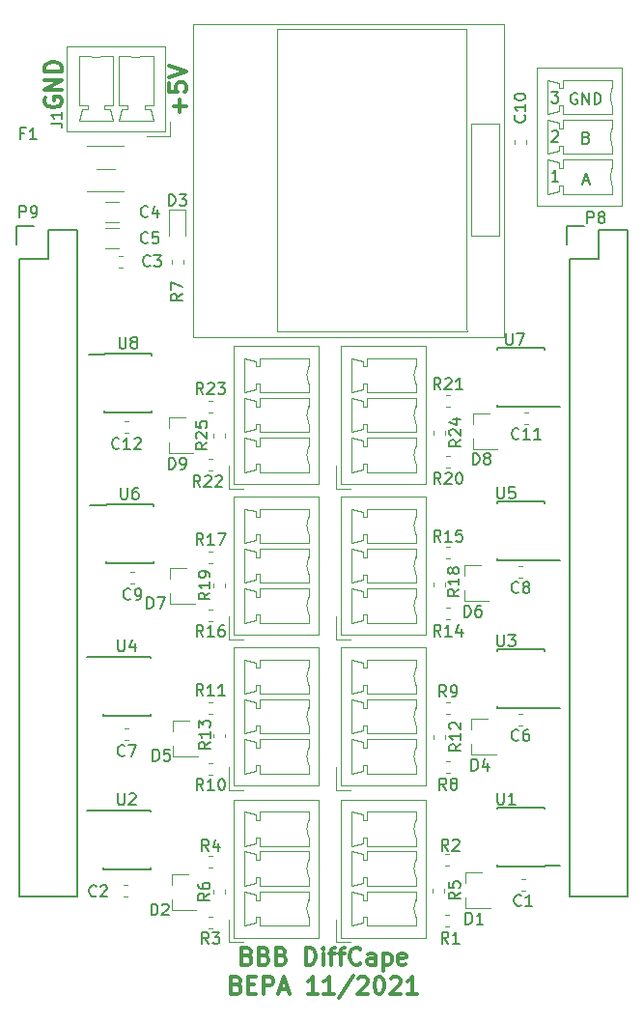
<source format=gbr>
%TF.GenerationSoftware,KiCad,Pcbnew,(5.1.4)-1*%
%TF.CreationDate,2021-10-25T09:14:49+02:00*%
%TF.ProjectId,bbb-diffcape,6262622d-6469-4666-9663-6170652e6b69,rev?*%
%TF.SameCoordinates,Original*%
%TF.FileFunction,Legend,Top*%
%TF.FilePolarity,Positive*%
%FSLAX46Y46*%
G04 Gerber Fmt 4.6, Leading zero omitted, Abs format (unit mm)*
G04 Created by KiCad (PCBNEW (5.1.4)-1) date 2021-10-25 09:14:49*
%MOMM*%
%LPD*%
G04 APERTURE LIST*
%ADD10C,0.150000*%
%ADD11C,0.300000*%
%ADD12C,0.120000*%
G04 APERTURE END LIST*
D10*
X164828528Y-53039971D02*
X164971385Y-53087590D01*
X165019004Y-53135209D01*
X165066623Y-53230447D01*
X165066623Y-53373304D01*
X165019004Y-53468542D01*
X164971385Y-53516161D01*
X164876147Y-53563780D01*
X164495195Y-53563780D01*
X164495195Y-52563780D01*
X164828528Y-52563780D01*
X164923766Y-52611400D01*
X164971385Y-52659019D01*
X165019004Y-52754257D01*
X165019004Y-52849495D01*
X164971385Y-52944733D01*
X164923766Y-52992352D01*
X164828528Y-53039971D01*
X164495195Y-53039971D01*
X164519004Y-56834066D02*
X164995195Y-56834066D01*
X164423766Y-57119780D02*
X164757100Y-56119780D01*
X165090433Y-57119780D01*
X163995195Y-49182400D02*
X163899957Y-49134780D01*
X163757100Y-49134780D01*
X163614242Y-49182400D01*
X163519004Y-49277638D01*
X163471385Y-49372876D01*
X163423766Y-49563352D01*
X163423766Y-49706209D01*
X163471385Y-49896685D01*
X163519004Y-49991923D01*
X163614242Y-50087161D01*
X163757100Y-50134780D01*
X163852338Y-50134780D01*
X163995195Y-50087161D01*
X164042814Y-50039542D01*
X164042814Y-49706209D01*
X163852338Y-49706209D01*
X164471385Y-50134780D02*
X164471385Y-49134780D01*
X165042814Y-50134780D01*
X165042814Y-49134780D01*
X165519004Y-50134780D02*
X165519004Y-49134780D01*
X165757100Y-49134780D01*
X165899957Y-49182400D01*
X165995195Y-49277638D01*
X166042814Y-49372876D01*
X166090433Y-49563352D01*
X166090433Y-49706209D01*
X166042814Y-49896685D01*
X165995195Y-49991923D01*
X165899957Y-50087161D01*
X165757100Y-50134780D01*
X165519004Y-50134780D01*
X161756766Y-49007780D02*
X162375814Y-49007780D01*
X162042480Y-49388733D01*
X162185338Y-49388733D01*
X162280576Y-49436352D01*
X162328195Y-49483971D01*
X162375814Y-49579209D01*
X162375814Y-49817304D01*
X162328195Y-49912542D01*
X162280576Y-49960161D01*
X162185338Y-50007780D01*
X161899623Y-50007780D01*
X161804385Y-49960161D01*
X161756766Y-49912542D01*
X161804385Y-52532019D02*
X161852004Y-52484400D01*
X161947242Y-52436780D01*
X162185338Y-52436780D01*
X162280576Y-52484400D01*
X162328195Y-52532019D01*
X162375814Y-52627257D01*
X162375814Y-52722495D01*
X162328195Y-52865352D01*
X161756766Y-53436780D01*
X162375814Y-53436780D01*
X162375814Y-56865780D02*
X161804385Y-56865780D01*
X162090100Y-56865780D02*
X162090100Y-55865780D01*
X161994861Y-56008638D01*
X161899623Y-56103876D01*
X161804385Y-56151495D01*
D11*
X117398100Y-49555257D02*
X117326671Y-49698114D01*
X117326671Y-49912400D01*
X117398100Y-50126685D01*
X117540957Y-50269542D01*
X117683814Y-50340971D01*
X117969528Y-50412400D01*
X118183814Y-50412400D01*
X118469528Y-50340971D01*
X118612385Y-50269542D01*
X118755242Y-50126685D01*
X118826671Y-49912400D01*
X118826671Y-49769542D01*
X118755242Y-49555257D01*
X118683814Y-49483828D01*
X118183814Y-49483828D01*
X118183814Y-49769542D01*
X118826671Y-48840971D02*
X117326671Y-48840971D01*
X118826671Y-47983828D01*
X117326671Y-47983828D01*
X118826671Y-47269542D02*
X117326671Y-47269542D01*
X117326671Y-46912400D01*
X117398100Y-46698114D01*
X117540957Y-46555257D01*
X117683814Y-46483828D01*
X117969528Y-46412400D01*
X118183814Y-46412400D01*
X118469528Y-46483828D01*
X118612385Y-46555257D01*
X118755242Y-46698114D01*
X118826671Y-46912400D01*
X118826671Y-47269542D01*
X129177242Y-50848971D02*
X129177242Y-49706114D01*
X129748671Y-50277542D02*
X128605814Y-50277542D01*
X128248671Y-48277542D02*
X128248671Y-48991828D01*
X128962957Y-49063257D01*
X128891528Y-48991828D01*
X128820100Y-48848971D01*
X128820100Y-48491828D01*
X128891528Y-48348971D01*
X128962957Y-48277542D01*
X129105814Y-48206114D01*
X129462957Y-48206114D01*
X129605814Y-48277542D01*
X129677242Y-48348971D01*
X129748671Y-48491828D01*
X129748671Y-48848971D01*
X129677242Y-48991828D01*
X129605814Y-49063257D01*
X128248671Y-47777542D02*
X129748671Y-47277542D01*
X128248671Y-46777542D01*
X135091528Y-124754257D02*
X135305814Y-124825685D01*
X135377242Y-124897114D01*
X135448671Y-125039971D01*
X135448671Y-125254257D01*
X135377242Y-125397114D01*
X135305814Y-125468542D01*
X135162957Y-125539971D01*
X134591528Y-125539971D01*
X134591528Y-124039971D01*
X135091528Y-124039971D01*
X135234385Y-124111400D01*
X135305814Y-124182828D01*
X135377242Y-124325685D01*
X135377242Y-124468542D01*
X135305814Y-124611400D01*
X135234385Y-124682828D01*
X135091528Y-124754257D01*
X134591528Y-124754257D01*
X136591528Y-124754257D02*
X136805814Y-124825685D01*
X136877242Y-124897114D01*
X136948671Y-125039971D01*
X136948671Y-125254257D01*
X136877242Y-125397114D01*
X136805814Y-125468542D01*
X136662957Y-125539971D01*
X136091528Y-125539971D01*
X136091528Y-124039971D01*
X136591528Y-124039971D01*
X136734385Y-124111400D01*
X136805814Y-124182828D01*
X136877242Y-124325685D01*
X136877242Y-124468542D01*
X136805814Y-124611400D01*
X136734385Y-124682828D01*
X136591528Y-124754257D01*
X136091528Y-124754257D01*
X138091528Y-124754257D02*
X138305814Y-124825685D01*
X138377242Y-124897114D01*
X138448671Y-125039971D01*
X138448671Y-125254257D01*
X138377242Y-125397114D01*
X138305814Y-125468542D01*
X138162957Y-125539971D01*
X137591528Y-125539971D01*
X137591528Y-124039971D01*
X138091528Y-124039971D01*
X138234385Y-124111400D01*
X138305814Y-124182828D01*
X138377242Y-124325685D01*
X138377242Y-124468542D01*
X138305814Y-124611400D01*
X138234385Y-124682828D01*
X138091528Y-124754257D01*
X137591528Y-124754257D01*
X140234385Y-125539971D02*
X140234385Y-124039971D01*
X140591528Y-124039971D01*
X140805814Y-124111400D01*
X140948671Y-124254257D01*
X141020100Y-124397114D01*
X141091528Y-124682828D01*
X141091528Y-124897114D01*
X141020100Y-125182828D01*
X140948671Y-125325685D01*
X140805814Y-125468542D01*
X140591528Y-125539971D01*
X140234385Y-125539971D01*
X141734385Y-125539971D02*
X141734385Y-124539971D01*
X141734385Y-124039971D02*
X141662957Y-124111400D01*
X141734385Y-124182828D01*
X141805814Y-124111400D01*
X141734385Y-124039971D01*
X141734385Y-124182828D01*
X142234385Y-124539971D02*
X142805814Y-124539971D01*
X142448671Y-125539971D02*
X142448671Y-124254257D01*
X142520100Y-124111400D01*
X142662957Y-124039971D01*
X142805814Y-124039971D01*
X143091528Y-124539971D02*
X143662957Y-124539971D01*
X143305814Y-125539971D02*
X143305814Y-124254257D01*
X143377242Y-124111400D01*
X143520100Y-124039971D01*
X143662957Y-124039971D01*
X145020100Y-125397114D02*
X144948671Y-125468542D01*
X144734385Y-125539971D01*
X144591528Y-125539971D01*
X144377242Y-125468542D01*
X144234385Y-125325685D01*
X144162957Y-125182828D01*
X144091528Y-124897114D01*
X144091528Y-124682828D01*
X144162957Y-124397114D01*
X144234385Y-124254257D01*
X144377242Y-124111400D01*
X144591528Y-124039971D01*
X144734385Y-124039971D01*
X144948671Y-124111400D01*
X145020100Y-124182828D01*
X146305814Y-125539971D02*
X146305814Y-124754257D01*
X146234385Y-124611400D01*
X146091528Y-124539971D01*
X145805814Y-124539971D01*
X145662957Y-124611400D01*
X146305814Y-125468542D02*
X146162957Y-125539971D01*
X145805814Y-125539971D01*
X145662957Y-125468542D01*
X145591528Y-125325685D01*
X145591528Y-125182828D01*
X145662957Y-125039971D01*
X145805814Y-124968542D01*
X146162957Y-124968542D01*
X146305814Y-124897114D01*
X147020099Y-124539971D02*
X147020099Y-126039971D01*
X147020099Y-124611400D02*
X147162957Y-124539971D01*
X147448671Y-124539971D01*
X147591528Y-124611400D01*
X147662957Y-124682828D01*
X147734385Y-124825685D01*
X147734385Y-125254257D01*
X147662957Y-125397114D01*
X147591528Y-125468542D01*
X147448671Y-125539971D01*
X147162957Y-125539971D01*
X147020099Y-125468542D01*
X148948671Y-125468542D02*
X148805814Y-125539971D01*
X148520099Y-125539971D01*
X148377242Y-125468542D01*
X148305814Y-125325685D01*
X148305814Y-124754257D01*
X148377242Y-124611400D01*
X148520099Y-124539971D01*
X148805814Y-124539971D01*
X148948671Y-124611400D01*
X149020099Y-124754257D01*
X149020099Y-124897114D01*
X148305814Y-125039971D01*
X134162957Y-127304257D02*
X134377242Y-127375685D01*
X134448671Y-127447114D01*
X134520100Y-127589971D01*
X134520100Y-127804257D01*
X134448671Y-127947114D01*
X134377242Y-128018542D01*
X134234385Y-128089971D01*
X133662957Y-128089971D01*
X133662957Y-126589971D01*
X134162957Y-126589971D01*
X134305814Y-126661400D01*
X134377242Y-126732828D01*
X134448671Y-126875685D01*
X134448671Y-127018542D01*
X134377242Y-127161400D01*
X134305814Y-127232828D01*
X134162957Y-127304257D01*
X133662957Y-127304257D01*
X135162957Y-127304257D02*
X135662957Y-127304257D01*
X135877242Y-128089971D02*
X135162957Y-128089971D01*
X135162957Y-126589971D01*
X135877242Y-126589971D01*
X136520100Y-128089971D02*
X136520100Y-126589971D01*
X137091528Y-126589971D01*
X137234385Y-126661400D01*
X137305814Y-126732828D01*
X137377242Y-126875685D01*
X137377242Y-127089971D01*
X137305814Y-127232828D01*
X137234385Y-127304257D01*
X137091528Y-127375685D01*
X136520100Y-127375685D01*
X137948671Y-127661400D02*
X138662957Y-127661400D01*
X137805814Y-128089971D02*
X138305814Y-126589971D01*
X138805814Y-128089971D01*
X141234385Y-128089971D02*
X140377242Y-128089971D01*
X140805814Y-128089971D02*
X140805814Y-126589971D01*
X140662957Y-126804257D01*
X140520100Y-126947114D01*
X140377242Y-127018542D01*
X142662957Y-128089971D02*
X141805814Y-128089971D01*
X142234385Y-128089971D02*
X142234385Y-126589971D01*
X142091528Y-126804257D01*
X141948671Y-126947114D01*
X141805814Y-127018542D01*
X144377242Y-126518542D02*
X143091528Y-128447114D01*
X144805814Y-126732828D02*
X144877242Y-126661400D01*
X145020100Y-126589971D01*
X145377242Y-126589971D01*
X145520100Y-126661400D01*
X145591528Y-126732828D01*
X145662957Y-126875685D01*
X145662957Y-127018542D01*
X145591528Y-127232828D01*
X144734385Y-128089971D01*
X145662957Y-128089971D01*
X146591528Y-126589971D02*
X146734385Y-126589971D01*
X146877242Y-126661400D01*
X146948671Y-126732828D01*
X147020100Y-126875685D01*
X147091528Y-127161400D01*
X147091528Y-127518542D01*
X147020100Y-127804257D01*
X146948671Y-127947114D01*
X146877242Y-128018542D01*
X146734385Y-128089971D01*
X146591528Y-128089971D01*
X146448671Y-128018542D01*
X146377242Y-127947114D01*
X146305814Y-127804257D01*
X146234385Y-127518542D01*
X146234385Y-127161400D01*
X146305814Y-126875685D01*
X146377242Y-126732828D01*
X146448671Y-126661400D01*
X146591528Y-126589971D01*
X147662957Y-126732828D02*
X147734385Y-126661400D01*
X147877242Y-126589971D01*
X148234385Y-126589971D01*
X148377242Y-126661400D01*
X148448671Y-126732828D01*
X148520100Y-126875685D01*
X148520100Y-127018542D01*
X148448671Y-127232828D01*
X147591528Y-128089971D01*
X148520100Y-128089971D01*
X149948671Y-128089971D02*
X149091528Y-128089971D01*
X149520100Y-128089971D02*
X149520100Y-126589971D01*
X149377242Y-126804257D01*
X149234385Y-126947114D01*
X149091528Y-127018542D01*
D10*
%TO.C,U2*%
X122423100Y-112004400D02*
X122423100Y-112054400D01*
X126573100Y-112004400D02*
X126573100Y-112149400D01*
X126573100Y-117154400D02*
X126573100Y-117009400D01*
X122423100Y-117154400D02*
X122423100Y-117009400D01*
X122423100Y-112004400D02*
X126573100Y-112004400D01*
X122423100Y-117154400D02*
X126573100Y-117154400D01*
X122423100Y-112054400D02*
X121023100Y-112054400D01*
D12*
%TO.C,D2*%
X128437100Y-117571400D02*
X128437100Y-118501400D01*
X128437100Y-120731400D02*
X128437100Y-119801400D01*
X128437100Y-120731400D02*
X130597100Y-120731400D01*
X128437100Y-117571400D02*
X129897100Y-117571400D01*
%TO.C,R3*%
X132026879Y-122328400D02*
X131701321Y-122328400D01*
X132026879Y-121308400D02*
X131701321Y-121308400D01*
%TO.C,R2*%
X152465821Y-115847400D02*
X152791379Y-115847400D01*
X152465821Y-116867400D02*
X152791379Y-116867400D01*
D10*
%TO.C,U7*%
X161117100Y-76641400D02*
X161117100Y-76591400D01*
X156967100Y-76641400D02*
X156967100Y-76496400D01*
X156967100Y-71491400D02*
X156967100Y-71636400D01*
X161117100Y-71491400D02*
X161117100Y-71636400D01*
X161117100Y-76641400D02*
X156967100Y-76641400D01*
X161117100Y-71491400D02*
X156967100Y-71491400D01*
X161117100Y-76591400D02*
X162517100Y-76591400D01*
D12*
%TO.C,*%
X167078100Y-47984400D02*
X167078100Y-48734400D01*
X167938100Y-59044400D02*
X167938100Y-46924400D01*
X161428100Y-51484400D02*
X162428100Y-51734400D01*
X162428100Y-51734400D02*
X162428100Y-52234400D01*
X162428100Y-57234400D02*
X162428100Y-57734400D01*
X162778100Y-50984400D02*
X162778100Y-50234400D01*
X167078100Y-54984400D02*
X167078100Y-55734400D01*
X162778100Y-47984400D02*
X167078100Y-47984400D01*
X167078100Y-57984400D02*
X162778100Y-57984400D01*
X160468100Y-59044400D02*
X167938100Y-59044400D01*
X160468100Y-46924400D02*
X160468100Y-59044400D01*
X162428100Y-50234400D02*
X162428100Y-50734400D01*
X161428100Y-50984400D02*
X161428100Y-47984400D01*
X167078100Y-51484400D02*
X167078100Y-52234400D01*
X162778100Y-54484400D02*
X162778100Y-53734400D01*
X162778100Y-54984400D02*
X167078100Y-54984400D01*
X161428100Y-54484400D02*
X161428100Y-51484400D01*
X167078100Y-53734400D02*
X167078100Y-54484400D01*
X167938100Y-46924400D02*
X160468100Y-46924400D01*
X167078100Y-50984400D02*
X162778100Y-50984400D01*
X167078100Y-54484400D02*
X162778100Y-54484400D01*
X162428100Y-55234400D02*
X162428100Y-55734400D01*
X162778100Y-51484400D02*
X167078100Y-51484400D01*
X162778100Y-57234400D02*
X162428100Y-57234400D01*
X162428100Y-50734400D02*
X161428100Y-50984400D01*
X161428100Y-47984400D02*
X162428100Y-48234400D01*
X162778100Y-52234400D02*
X162778100Y-51484400D01*
X162778100Y-53734400D02*
X162428100Y-53734400D01*
X162428100Y-53734400D02*
X162428100Y-54234400D01*
X162778100Y-48734400D02*
X162778100Y-47984400D01*
X162778100Y-50234400D02*
X162428100Y-50234400D01*
X162428100Y-55734400D02*
X162778100Y-55734400D01*
X162428100Y-52234400D02*
X162778100Y-52234400D01*
X162778100Y-57984400D02*
X162778100Y-57234400D01*
X167078100Y-50234400D02*
X167078100Y-50984400D01*
X162428100Y-48234400D02*
X162428100Y-48734400D01*
X162428100Y-54234400D02*
X161428100Y-54484400D01*
X162778100Y-55734400D02*
X162778100Y-54984400D01*
X161428100Y-54984400D02*
X162428100Y-55234400D01*
X161428100Y-57984400D02*
X161428100Y-54984400D01*
X162428100Y-48734400D02*
X162778100Y-48734400D01*
X167078100Y-57234400D02*
X167078100Y-57984400D01*
X162428100Y-57734400D02*
X161428100Y-57984400D01*
X167077945Y-55734753D02*
G75*
G03X167078100Y-57234400I1700155J-749647D01*
G01*
X167077945Y-52234753D02*
G75*
G03X167078100Y-53734400I1700155J-749647D01*
G01*
X167077945Y-48734753D02*
G75*
G03X167078100Y-50234400I1700155J-749647D01*
G01*
D10*
%TO.C,P8*%
X163080100Y-60832400D02*
X163080100Y-62382400D01*
X165900100Y-63652400D02*
X163360100Y-63652400D01*
X165900100Y-61112400D02*
X165900100Y-63652400D01*
X164630100Y-60832400D02*
X163080100Y-60832400D01*
X168440100Y-61112400D02*
X165900100Y-61112400D01*
X168440100Y-119532400D02*
X163360100Y-119532400D01*
X163360100Y-119532400D02*
X163360100Y-63652400D01*
X168440100Y-119532400D02*
X168440100Y-61112400D01*
%TO.C,U4*%
X122423100Y-98542400D02*
X122423100Y-98592400D01*
X126573100Y-98542400D02*
X126573100Y-98687400D01*
X126573100Y-103692400D02*
X126573100Y-103547400D01*
X122423100Y-103692400D02*
X122423100Y-103547400D01*
X122423100Y-98542400D02*
X126573100Y-98542400D01*
X122423100Y-103692400D02*
X126573100Y-103692400D01*
X122423100Y-98592400D02*
X121023100Y-98592400D01*
D12*
%TO.C,F1*%
X121906100Y-55778400D02*
X123506100Y-55778400D01*
X124256100Y-57778400D02*
X121056100Y-57778400D01*
X121056100Y-53778400D02*
X124256100Y-53778400D01*
D10*
%TO.C,U8*%
X122550100Y-71999400D02*
X122550100Y-72049400D01*
X126700100Y-71999400D02*
X126700100Y-72144400D01*
X126700100Y-77149400D02*
X126700100Y-77004400D01*
X122550100Y-77149400D02*
X122550100Y-77004400D01*
X122550100Y-71999400D02*
X126700100Y-71999400D01*
X122550100Y-77149400D02*
X126700100Y-77149400D01*
X122550100Y-72049400D02*
X121150100Y-72049400D01*
%TO.C,U6*%
X122677100Y-85207400D02*
X122677100Y-85257400D01*
X126827100Y-85207400D02*
X126827100Y-85352400D01*
X126827100Y-90357400D02*
X126827100Y-90212400D01*
X122677100Y-90357400D02*
X122677100Y-90212400D01*
X122677100Y-85207400D02*
X126827100Y-85207400D01*
X122677100Y-90357400D02*
X126827100Y-90357400D01*
X122677100Y-85257400D02*
X121277100Y-85257400D01*
%TO.C,U5*%
X161117100Y-90103400D02*
X161117100Y-90053400D01*
X156967100Y-90103400D02*
X156967100Y-89958400D01*
X156967100Y-84953400D02*
X156967100Y-85098400D01*
X161117100Y-84953400D02*
X161117100Y-85098400D01*
X161117100Y-90103400D02*
X156967100Y-90103400D01*
X161117100Y-84953400D02*
X156967100Y-84953400D01*
X161117100Y-90053400D02*
X162517100Y-90053400D01*
%TO.C,U3*%
X161117100Y-103057400D02*
X161117100Y-103007400D01*
X156967100Y-103057400D02*
X156967100Y-102912400D01*
X156967100Y-97907400D02*
X156967100Y-98052400D01*
X161117100Y-97907400D02*
X161117100Y-98052400D01*
X161117100Y-103057400D02*
X156967100Y-103057400D01*
X161117100Y-97907400D02*
X156967100Y-97907400D01*
X161117100Y-103007400D02*
X162517100Y-103007400D01*
%TO.C,U1*%
X161117100Y-116900400D02*
X161117100Y-116850400D01*
X156967100Y-116900400D02*
X156967100Y-116755400D01*
X156967100Y-111750400D02*
X156967100Y-111895400D01*
X161117100Y-111750400D02*
X161117100Y-111895400D01*
X161117100Y-116900400D02*
X156967100Y-116900400D01*
X161117100Y-111750400D02*
X156967100Y-111750400D01*
X161117100Y-116850400D02*
X162517100Y-116850400D01*
D12*
%TO.C,R25*%
X133136100Y-78983621D02*
X133136100Y-79309179D01*
X132116100Y-78983621D02*
X132116100Y-79309179D01*
%TO.C,R24*%
X152440100Y-78729621D02*
X152440100Y-79055179D01*
X151420100Y-78729621D02*
X151420100Y-79055179D01*
%TO.C,R23*%
X132026879Y-77116400D02*
X131701321Y-77116400D01*
X132026879Y-76096400D02*
X131701321Y-76096400D01*
%TO.C,R22*%
X132026879Y-82196400D02*
X131701321Y-82196400D01*
X132026879Y-81176400D02*
X131701321Y-81176400D01*
%TO.C,R21*%
X152529321Y-75588400D02*
X152854879Y-75588400D01*
X152529321Y-76608400D02*
X152854879Y-76608400D01*
%TO.C,R20*%
X152529321Y-80922400D02*
X152854879Y-80922400D01*
X152529321Y-81942400D02*
X152854879Y-81942400D01*
%TO.C,R19*%
X133136100Y-92128121D02*
X133136100Y-92453679D01*
X132116100Y-92128121D02*
X132116100Y-92453679D01*
%TO.C,R18*%
X152440100Y-92064621D02*
X152440100Y-92390179D01*
X151420100Y-92064621D02*
X151420100Y-92390179D01*
%TO.C,R17*%
X132026879Y-90324400D02*
X131701321Y-90324400D01*
X132026879Y-89304400D02*
X131701321Y-89304400D01*
%TO.C,R16*%
X132026879Y-95404400D02*
X131701321Y-95404400D01*
X132026879Y-94384400D02*
X131701321Y-94384400D01*
%TO.C,R15*%
X152529321Y-88923400D02*
X152854879Y-88923400D01*
X152529321Y-89943400D02*
X152854879Y-89943400D01*
%TO.C,R14*%
X152529321Y-94257400D02*
X152854879Y-94257400D01*
X152529321Y-95277400D02*
X152854879Y-95277400D01*
%TO.C,R13*%
X133136100Y-105298021D02*
X133136100Y-105623579D01*
X132116100Y-105298021D02*
X132116100Y-105623579D01*
%TO.C,R12*%
X152440100Y-105399621D02*
X152440100Y-105725179D01*
X151420100Y-105399621D02*
X151420100Y-105725179D01*
%TO.C,R11*%
X132026879Y-103532400D02*
X131701321Y-103532400D01*
X132026879Y-102512400D02*
X131701321Y-102512400D01*
%TO.C,R10*%
X132026879Y-108866400D02*
X131701321Y-108866400D01*
X132026879Y-107846400D02*
X131701321Y-107846400D01*
%TO.C,R9*%
X152529321Y-102512400D02*
X152854879Y-102512400D01*
X152529321Y-103532400D02*
X152854879Y-103532400D01*
%TO.C,R8*%
X152529321Y-107719400D02*
X152854879Y-107719400D01*
X152529321Y-108739400D02*
X152854879Y-108739400D01*
%TO.C,R7*%
X128433100Y-64069179D02*
X128433100Y-63743621D01*
X129453100Y-64069179D02*
X129453100Y-63743621D01*
%TO.C,R6*%
X133136100Y-118988621D02*
X133136100Y-119314179D01*
X132116100Y-118988621D02*
X132116100Y-119314179D01*
%TO.C,R5*%
X152376600Y-118861621D02*
X152376600Y-119187179D01*
X151356600Y-118861621D02*
X151356600Y-119187179D01*
%TO.C,R4*%
X132026879Y-116994400D02*
X131701321Y-116994400D01*
X132026879Y-115974400D02*
X131701321Y-115974400D01*
%TO.C,R1*%
X152465821Y-121181400D02*
X152791379Y-121181400D01*
X152465821Y-122201400D02*
X152791379Y-122201400D01*
%TO.C,J9*%
X133854100Y-83428400D02*
X141324100Y-83428400D01*
X141324100Y-83428400D02*
X141324100Y-71308400D01*
X141324100Y-71308400D02*
X133854100Y-71308400D01*
X133854100Y-71308400D02*
X133854100Y-83428400D01*
X140464100Y-81618400D02*
X140464100Y-82368400D01*
X140464100Y-82368400D02*
X136164100Y-82368400D01*
X136164100Y-82368400D02*
X136164100Y-81618400D01*
X136164100Y-81618400D02*
X135814100Y-81618400D01*
X135814100Y-81618400D02*
X135814100Y-82118400D01*
X135814100Y-82118400D02*
X134814100Y-82368400D01*
X134814100Y-82368400D02*
X134814100Y-79368400D01*
X134814100Y-79368400D02*
X135814100Y-79618400D01*
X135814100Y-79618400D02*
X135814100Y-80118400D01*
X135814100Y-80118400D02*
X136164100Y-80118400D01*
X136164100Y-80118400D02*
X136164100Y-79368400D01*
X136164100Y-79368400D02*
X140464100Y-79368400D01*
X140464100Y-79368400D02*
X140464100Y-80118400D01*
X140464100Y-78118400D02*
X140464100Y-78868400D01*
X140464100Y-78868400D02*
X136164100Y-78868400D01*
X136164100Y-78868400D02*
X136164100Y-78118400D01*
X136164100Y-78118400D02*
X135814100Y-78118400D01*
X135814100Y-78118400D02*
X135814100Y-78618400D01*
X135814100Y-78618400D02*
X134814100Y-78868400D01*
X134814100Y-78868400D02*
X134814100Y-75868400D01*
X134814100Y-75868400D02*
X135814100Y-76118400D01*
X135814100Y-76118400D02*
X135814100Y-76618400D01*
X135814100Y-76618400D02*
X136164100Y-76618400D01*
X136164100Y-76618400D02*
X136164100Y-75868400D01*
X136164100Y-75868400D02*
X140464100Y-75868400D01*
X140464100Y-75868400D02*
X140464100Y-76618400D01*
X140464100Y-74618400D02*
X140464100Y-75368400D01*
X140464100Y-75368400D02*
X136164100Y-75368400D01*
X136164100Y-75368400D02*
X136164100Y-74618400D01*
X136164100Y-74618400D02*
X135814100Y-74618400D01*
X135814100Y-74618400D02*
X135814100Y-75118400D01*
X135814100Y-75118400D02*
X134814100Y-75368400D01*
X134814100Y-75368400D02*
X134814100Y-72368400D01*
X134814100Y-72368400D02*
X135814100Y-72618400D01*
X135814100Y-72618400D02*
X135814100Y-73118400D01*
X135814100Y-73118400D02*
X136164100Y-73118400D01*
X136164100Y-73118400D02*
X136164100Y-72368400D01*
X136164100Y-72368400D02*
X140464100Y-72368400D01*
X140464100Y-72368400D02*
X140464100Y-73118400D01*
X134714100Y-83818400D02*
X133464100Y-83818400D01*
X133464100Y-83818400D02*
X133464100Y-81818400D01*
X140463945Y-73118753D02*
G75*
G03X140464100Y-74618400I1700155J-749647D01*
G01*
X140463945Y-76618753D02*
G75*
G03X140464100Y-78118400I1700155J-749647D01*
G01*
X140463945Y-80118753D02*
G75*
G03X140464100Y-81618400I1700155J-749647D01*
G01*
%TO.C,J8*%
X143252100Y-83428400D02*
X150722100Y-83428400D01*
X150722100Y-83428400D02*
X150722100Y-71308400D01*
X150722100Y-71308400D02*
X143252100Y-71308400D01*
X143252100Y-71308400D02*
X143252100Y-83428400D01*
X149862100Y-81618400D02*
X149862100Y-82368400D01*
X149862100Y-82368400D02*
X145562100Y-82368400D01*
X145562100Y-82368400D02*
X145562100Y-81618400D01*
X145562100Y-81618400D02*
X145212100Y-81618400D01*
X145212100Y-81618400D02*
X145212100Y-82118400D01*
X145212100Y-82118400D02*
X144212100Y-82368400D01*
X144212100Y-82368400D02*
X144212100Y-79368400D01*
X144212100Y-79368400D02*
X145212100Y-79618400D01*
X145212100Y-79618400D02*
X145212100Y-80118400D01*
X145212100Y-80118400D02*
X145562100Y-80118400D01*
X145562100Y-80118400D02*
X145562100Y-79368400D01*
X145562100Y-79368400D02*
X149862100Y-79368400D01*
X149862100Y-79368400D02*
X149862100Y-80118400D01*
X149862100Y-78118400D02*
X149862100Y-78868400D01*
X149862100Y-78868400D02*
X145562100Y-78868400D01*
X145562100Y-78868400D02*
X145562100Y-78118400D01*
X145562100Y-78118400D02*
X145212100Y-78118400D01*
X145212100Y-78118400D02*
X145212100Y-78618400D01*
X145212100Y-78618400D02*
X144212100Y-78868400D01*
X144212100Y-78868400D02*
X144212100Y-75868400D01*
X144212100Y-75868400D02*
X145212100Y-76118400D01*
X145212100Y-76118400D02*
X145212100Y-76618400D01*
X145212100Y-76618400D02*
X145562100Y-76618400D01*
X145562100Y-76618400D02*
X145562100Y-75868400D01*
X145562100Y-75868400D02*
X149862100Y-75868400D01*
X149862100Y-75868400D02*
X149862100Y-76618400D01*
X149862100Y-74618400D02*
X149862100Y-75368400D01*
X149862100Y-75368400D02*
X145562100Y-75368400D01*
X145562100Y-75368400D02*
X145562100Y-74618400D01*
X145562100Y-74618400D02*
X145212100Y-74618400D01*
X145212100Y-74618400D02*
X145212100Y-75118400D01*
X145212100Y-75118400D02*
X144212100Y-75368400D01*
X144212100Y-75368400D02*
X144212100Y-72368400D01*
X144212100Y-72368400D02*
X145212100Y-72618400D01*
X145212100Y-72618400D02*
X145212100Y-73118400D01*
X145212100Y-73118400D02*
X145562100Y-73118400D01*
X145562100Y-73118400D02*
X145562100Y-72368400D01*
X145562100Y-72368400D02*
X149862100Y-72368400D01*
X149862100Y-72368400D02*
X149862100Y-73118400D01*
X144112100Y-83818400D02*
X142862100Y-83818400D01*
X142862100Y-83818400D02*
X142862100Y-81818400D01*
X149861945Y-73118753D02*
G75*
G03X149862100Y-74618400I1700155J-749647D01*
G01*
X149861945Y-76618753D02*
G75*
G03X149862100Y-78118400I1700155J-749647D01*
G01*
X149861945Y-80118753D02*
G75*
G03X149862100Y-81618400I1700155J-749647D01*
G01*
%TO.C,J7*%
X133854100Y-96628900D02*
X141324100Y-96628900D01*
X141324100Y-96628900D02*
X141324100Y-84508900D01*
X141324100Y-84508900D02*
X133854100Y-84508900D01*
X133854100Y-84508900D02*
X133854100Y-96628900D01*
X140464100Y-94818900D02*
X140464100Y-95568900D01*
X140464100Y-95568900D02*
X136164100Y-95568900D01*
X136164100Y-95568900D02*
X136164100Y-94818900D01*
X136164100Y-94818900D02*
X135814100Y-94818900D01*
X135814100Y-94818900D02*
X135814100Y-95318900D01*
X135814100Y-95318900D02*
X134814100Y-95568900D01*
X134814100Y-95568900D02*
X134814100Y-92568900D01*
X134814100Y-92568900D02*
X135814100Y-92818900D01*
X135814100Y-92818900D02*
X135814100Y-93318900D01*
X135814100Y-93318900D02*
X136164100Y-93318900D01*
X136164100Y-93318900D02*
X136164100Y-92568900D01*
X136164100Y-92568900D02*
X140464100Y-92568900D01*
X140464100Y-92568900D02*
X140464100Y-93318900D01*
X140464100Y-91318900D02*
X140464100Y-92068900D01*
X140464100Y-92068900D02*
X136164100Y-92068900D01*
X136164100Y-92068900D02*
X136164100Y-91318900D01*
X136164100Y-91318900D02*
X135814100Y-91318900D01*
X135814100Y-91318900D02*
X135814100Y-91818900D01*
X135814100Y-91818900D02*
X134814100Y-92068900D01*
X134814100Y-92068900D02*
X134814100Y-89068900D01*
X134814100Y-89068900D02*
X135814100Y-89318900D01*
X135814100Y-89318900D02*
X135814100Y-89818900D01*
X135814100Y-89818900D02*
X136164100Y-89818900D01*
X136164100Y-89818900D02*
X136164100Y-89068900D01*
X136164100Y-89068900D02*
X140464100Y-89068900D01*
X140464100Y-89068900D02*
X140464100Y-89818900D01*
X140464100Y-87818900D02*
X140464100Y-88568900D01*
X140464100Y-88568900D02*
X136164100Y-88568900D01*
X136164100Y-88568900D02*
X136164100Y-87818900D01*
X136164100Y-87818900D02*
X135814100Y-87818900D01*
X135814100Y-87818900D02*
X135814100Y-88318900D01*
X135814100Y-88318900D02*
X134814100Y-88568900D01*
X134814100Y-88568900D02*
X134814100Y-85568900D01*
X134814100Y-85568900D02*
X135814100Y-85818900D01*
X135814100Y-85818900D02*
X135814100Y-86318900D01*
X135814100Y-86318900D02*
X136164100Y-86318900D01*
X136164100Y-86318900D02*
X136164100Y-85568900D01*
X136164100Y-85568900D02*
X140464100Y-85568900D01*
X140464100Y-85568900D02*
X140464100Y-86318900D01*
X134714100Y-97018900D02*
X133464100Y-97018900D01*
X133464100Y-97018900D02*
X133464100Y-95018900D01*
X140463945Y-86319253D02*
G75*
G03X140464100Y-87818900I1700155J-749647D01*
G01*
X140463945Y-89819253D02*
G75*
G03X140464100Y-91318900I1700155J-749647D01*
G01*
X140463945Y-93319253D02*
G75*
G03X140464100Y-94818900I1700155J-749647D01*
G01*
%TO.C,J6*%
X143252100Y-96636400D02*
X150722100Y-96636400D01*
X150722100Y-96636400D02*
X150722100Y-84516400D01*
X150722100Y-84516400D02*
X143252100Y-84516400D01*
X143252100Y-84516400D02*
X143252100Y-96636400D01*
X149862100Y-94826400D02*
X149862100Y-95576400D01*
X149862100Y-95576400D02*
X145562100Y-95576400D01*
X145562100Y-95576400D02*
X145562100Y-94826400D01*
X145562100Y-94826400D02*
X145212100Y-94826400D01*
X145212100Y-94826400D02*
X145212100Y-95326400D01*
X145212100Y-95326400D02*
X144212100Y-95576400D01*
X144212100Y-95576400D02*
X144212100Y-92576400D01*
X144212100Y-92576400D02*
X145212100Y-92826400D01*
X145212100Y-92826400D02*
X145212100Y-93326400D01*
X145212100Y-93326400D02*
X145562100Y-93326400D01*
X145562100Y-93326400D02*
X145562100Y-92576400D01*
X145562100Y-92576400D02*
X149862100Y-92576400D01*
X149862100Y-92576400D02*
X149862100Y-93326400D01*
X149862100Y-91326400D02*
X149862100Y-92076400D01*
X149862100Y-92076400D02*
X145562100Y-92076400D01*
X145562100Y-92076400D02*
X145562100Y-91326400D01*
X145562100Y-91326400D02*
X145212100Y-91326400D01*
X145212100Y-91326400D02*
X145212100Y-91826400D01*
X145212100Y-91826400D02*
X144212100Y-92076400D01*
X144212100Y-92076400D02*
X144212100Y-89076400D01*
X144212100Y-89076400D02*
X145212100Y-89326400D01*
X145212100Y-89326400D02*
X145212100Y-89826400D01*
X145212100Y-89826400D02*
X145562100Y-89826400D01*
X145562100Y-89826400D02*
X145562100Y-89076400D01*
X145562100Y-89076400D02*
X149862100Y-89076400D01*
X149862100Y-89076400D02*
X149862100Y-89826400D01*
X149862100Y-87826400D02*
X149862100Y-88576400D01*
X149862100Y-88576400D02*
X145562100Y-88576400D01*
X145562100Y-88576400D02*
X145562100Y-87826400D01*
X145562100Y-87826400D02*
X145212100Y-87826400D01*
X145212100Y-87826400D02*
X145212100Y-88326400D01*
X145212100Y-88326400D02*
X144212100Y-88576400D01*
X144212100Y-88576400D02*
X144212100Y-85576400D01*
X144212100Y-85576400D02*
X145212100Y-85826400D01*
X145212100Y-85826400D02*
X145212100Y-86326400D01*
X145212100Y-86326400D02*
X145562100Y-86326400D01*
X145562100Y-86326400D02*
X145562100Y-85576400D01*
X145562100Y-85576400D02*
X149862100Y-85576400D01*
X149862100Y-85576400D02*
X149862100Y-86326400D01*
X144112100Y-97026400D02*
X142862100Y-97026400D01*
X142862100Y-97026400D02*
X142862100Y-95026400D01*
X149861945Y-86326753D02*
G75*
G03X149862100Y-87826400I1700155J-749647D01*
G01*
X149861945Y-89826753D02*
G75*
G03X149862100Y-91326400I1700155J-749647D01*
G01*
X149861945Y-93326753D02*
G75*
G03X149862100Y-94826400I1700155J-749647D01*
G01*
%TO.C,J5*%
X133854100Y-109844400D02*
X141324100Y-109844400D01*
X141324100Y-109844400D02*
X141324100Y-97724400D01*
X141324100Y-97724400D02*
X133854100Y-97724400D01*
X133854100Y-97724400D02*
X133854100Y-109844400D01*
X140464100Y-108034400D02*
X140464100Y-108784400D01*
X140464100Y-108784400D02*
X136164100Y-108784400D01*
X136164100Y-108784400D02*
X136164100Y-108034400D01*
X136164100Y-108034400D02*
X135814100Y-108034400D01*
X135814100Y-108034400D02*
X135814100Y-108534400D01*
X135814100Y-108534400D02*
X134814100Y-108784400D01*
X134814100Y-108784400D02*
X134814100Y-105784400D01*
X134814100Y-105784400D02*
X135814100Y-106034400D01*
X135814100Y-106034400D02*
X135814100Y-106534400D01*
X135814100Y-106534400D02*
X136164100Y-106534400D01*
X136164100Y-106534400D02*
X136164100Y-105784400D01*
X136164100Y-105784400D02*
X140464100Y-105784400D01*
X140464100Y-105784400D02*
X140464100Y-106534400D01*
X140464100Y-104534400D02*
X140464100Y-105284400D01*
X140464100Y-105284400D02*
X136164100Y-105284400D01*
X136164100Y-105284400D02*
X136164100Y-104534400D01*
X136164100Y-104534400D02*
X135814100Y-104534400D01*
X135814100Y-104534400D02*
X135814100Y-105034400D01*
X135814100Y-105034400D02*
X134814100Y-105284400D01*
X134814100Y-105284400D02*
X134814100Y-102284400D01*
X134814100Y-102284400D02*
X135814100Y-102534400D01*
X135814100Y-102534400D02*
X135814100Y-103034400D01*
X135814100Y-103034400D02*
X136164100Y-103034400D01*
X136164100Y-103034400D02*
X136164100Y-102284400D01*
X136164100Y-102284400D02*
X140464100Y-102284400D01*
X140464100Y-102284400D02*
X140464100Y-103034400D01*
X140464100Y-101034400D02*
X140464100Y-101784400D01*
X140464100Y-101784400D02*
X136164100Y-101784400D01*
X136164100Y-101784400D02*
X136164100Y-101034400D01*
X136164100Y-101034400D02*
X135814100Y-101034400D01*
X135814100Y-101034400D02*
X135814100Y-101534400D01*
X135814100Y-101534400D02*
X134814100Y-101784400D01*
X134814100Y-101784400D02*
X134814100Y-98784400D01*
X134814100Y-98784400D02*
X135814100Y-99034400D01*
X135814100Y-99034400D02*
X135814100Y-99534400D01*
X135814100Y-99534400D02*
X136164100Y-99534400D01*
X136164100Y-99534400D02*
X136164100Y-98784400D01*
X136164100Y-98784400D02*
X140464100Y-98784400D01*
X140464100Y-98784400D02*
X140464100Y-99534400D01*
X134714100Y-110234400D02*
X133464100Y-110234400D01*
X133464100Y-110234400D02*
X133464100Y-108234400D01*
X140463945Y-99534753D02*
G75*
G03X140464100Y-101034400I1700155J-749647D01*
G01*
X140463945Y-103034753D02*
G75*
G03X140464100Y-104534400I1700155J-749647D01*
G01*
X140463945Y-106534753D02*
G75*
G03X140464100Y-108034400I1700155J-749647D01*
G01*
%TO.C,J4*%
X143252100Y-109844400D02*
X150722100Y-109844400D01*
X150722100Y-109844400D02*
X150722100Y-97724400D01*
X150722100Y-97724400D02*
X143252100Y-97724400D01*
X143252100Y-97724400D02*
X143252100Y-109844400D01*
X149862100Y-108034400D02*
X149862100Y-108784400D01*
X149862100Y-108784400D02*
X145562100Y-108784400D01*
X145562100Y-108784400D02*
X145562100Y-108034400D01*
X145562100Y-108034400D02*
X145212100Y-108034400D01*
X145212100Y-108034400D02*
X145212100Y-108534400D01*
X145212100Y-108534400D02*
X144212100Y-108784400D01*
X144212100Y-108784400D02*
X144212100Y-105784400D01*
X144212100Y-105784400D02*
X145212100Y-106034400D01*
X145212100Y-106034400D02*
X145212100Y-106534400D01*
X145212100Y-106534400D02*
X145562100Y-106534400D01*
X145562100Y-106534400D02*
X145562100Y-105784400D01*
X145562100Y-105784400D02*
X149862100Y-105784400D01*
X149862100Y-105784400D02*
X149862100Y-106534400D01*
X149862100Y-104534400D02*
X149862100Y-105284400D01*
X149862100Y-105284400D02*
X145562100Y-105284400D01*
X145562100Y-105284400D02*
X145562100Y-104534400D01*
X145562100Y-104534400D02*
X145212100Y-104534400D01*
X145212100Y-104534400D02*
X145212100Y-105034400D01*
X145212100Y-105034400D02*
X144212100Y-105284400D01*
X144212100Y-105284400D02*
X144212100Y-102284400D01*
X144212100Y-102284400D02*
X145212100Y-102534400D01*
X145212100Y-102534400D02*
X145212100Y-103034400D01*
X145212100Y-103034400D02*
X145562100Y-103034400D01*
X145562100Y-103034400D02*
X145562100Y-102284400D01*
X145562100Y-102284400D02*
X149862100Y-102284400D01*
X149862100Y-102284400D02*
X149862100Y-103034400D01*
X149862100Y-101034400D02*
X149862100Y-101784400D01*
X149862100Y-101784400D02*
X145562100Y-101784400D01*
X145562100Y-101784400D02*
X145562100Y-101034400D01*
X145562100Y-101034400D02*
X145212100Y-101034400D01*
X145212100Y-101034400D02*
X145212100Y-101534400D01*
X145212100Y-101534400D02*
X144212100Y-101784400D01*
X144212100Y-101784400D02*
X144212100Y-98784400D01*
X144212100Y-98784400D02*
X145212100Y-99034400D01*
X145212100Y-99034400D02*
X145212100Y-99534400D01*
X145212100Y-99534400D02*
X145562100Y-99534400D01*
X145562100Y-99534400D02*
X145562100Y-98784400D01*
X145562100Y-98784400D02*
X149862100Y-98784400D01*
X149862100Y-98784400D02*
X149862100Y-99534400D01*
X144112100Y-110234400D02*
X142862100Y-110234400D01*
X142862100Y-110234400D02*
X142862100Y-108234400D01*
X149861945Y-99534753D02*
G75*
G03X149862100Y-101034400I1700155J-749647D01*
G01*
X149861945Y-103034753D02*
G75*
G03X149862100Y-104534400I1700155J-749647D01*
G01*
X149861945Y-106534753D02*
G75*
G03X149862100Y-108034400I1700155J-749647D01*
G01*
%TO.C,J3*%
X133854100Y-123179400D02*
X141324100Y-123179400D01*
X141324100Y-123179400D02*
X141324100Y-111059400D01*
X141324100Y-111059400D02*
X133854100Y-111059400D01*
X133854100Y-111059400D02*
X133854100Y-123179400D01*
X140464100Y-121369400D02*
X140464100Y-122119400D01*
X140464100Y-122119400D02*
X136164100Y-122119400D01*
X136164100Y-122119400D02*
X136164100Y-121369400D01*
X136164100Y-121369400D02*
X135814100Y-121369400D01*
X135814100Y-121369400D02*
X135814100Y-121869400D01*
X135814100Y-121869400D02*
X134814100Y-122119400D01*
X134814100Y-122119400D02*
X134814100Y-119119400D01*
X134814100Y-119119400D02*
X135814100Y-119369400D01*
X135814100Y-119369400D02*
X135814100Y-119869400D01*
X135814100Y-119869400D02*
X136164100Y-119869400D01*
X136164100Y-119869400D02*
X136164100Y-119119400D01*
X136164100Y-119119400D02*
X140464100Y-119119400D01*
X140464100Y-119119400D02*
X140464100Y-119869400D01*
X140464100Y-117869400D02*
X140464100Y-118619400D01*
X140464100Y-118619400D02*
X136164100Y-118619400D01*
X136164100Y-118619400D02*
X136164100Y-117869400D01*
X136164100Y-117869400D02*
X135814100Y-117869400D01*
X135814100Y-117869400D02*
X135814100Y-118369400D01*
X135814100Y-118369400D02*
X134814100Y-118619400D01*
X134814100Y-118619400D02*
X134814100Y-115619400D01*
X134814100Y-115619400D02*
X135814100Y-115869400D01*
X135814100Y-115869400D02*
X135814100Y-116369400D01*
X135814100Y-116369400D02*
X136164100Y-116369400D01*
X136164100Y-116369400D02*
X136164100Y-115619400D01*
X136164100Y-115619400D02*
X140464100Y-115619400D01*
X140464100Y-115619400D02*
X140464100Y-116369400D01*
X140464100Y-114369400D02*
X140464100Y-115119400D01*
X140464100Y-115119400D02*
X136164100Y-115119400D01*
X136164100Y-115119400D02*
X136164100Y-114369400D01*
X136164100Y-114369400D02*
X135814100Y-114369400D01*
X135814100Y-114369400D02*
X135814100Y-114869400D01*
X135814100Y-114869400D02*
X134814100Y-115119400D01*
X134814100Y-115119400D02*
X134814100Y-112119400D01*
X134814100Y-112119400D02*
X135814100Y-112369400D01*
X135814100Y-112369400D02*
X135814100Y-112869400D01*
X135814100Y-112869400D02*
X136164100Y-112869400D01*
X136164100Y-112869400D02*
X136164100Y-112119400D01*
X136164100Y-112119400D02*
X140464100Y-112119400D01*
X140464100Y-112119400D02*
X140464100Y-112869400D01*
X134714100Y-123569400D02*
X133464100Y-123569400D01*
X133464100Y-123569400D02*
X133464100Y-121569400D01*
X140463945Y-112869753D02*
G75*
G03X140464100Y-114369400I1700155J-749647D01*
G01*
X140463945Y-116369753D02*
G75*
G03X140464100Y-117869400I1700155J-749647D01*
G01*
X140463945Y-119869753D02*
G75*
G03X140464100Y-121369400I1700155J-749647D01*
G01*
%TO.C,J2*%
X143252100Y-123179400D02*
X150722100Y-123179400D01*
X150722100Y-123179400D02*
X150722100Y-111059400D01*
X150722100Y-111059400D02*
X143252100Y-111059400D01*
X143252100Y-111059400D02*
X143252100Y-123179400D01*
X149862100Y-121369400D02*
X149862100Y-122119400D01*
X149862100Y-122119400D02*
X145562100Y-122119400D01*
X145562100Y-122119400D02*
X145562100Y-121369400D01*
X145562100Y-121369400D02*
X145212100Y-121369400D01*
X145212100Y-121369400D02*
X145212100Y-121869400D01*
X145212100Y-121869400D02*
X144212100Y-122119400D01*
X144212100Y-122119400D02*
X144212100Y-119119400D01*
X144212100Y-119119400D02*
X145212100Y-119369400D01*
X145212100Y-119369400D02*
X145212100Y-119869400D01*
X145212100Y-119869400D02*
X145562100Y-119869400D01*
X145562100Y-119869400D02*
X145562100Y-119119400D01*
X145562100Y-119119400D02*
X149862100Y-119119400D01*
X149862100Y-119119400D02*
X149862100Y-119869400D01*
X149862100Y-117869400D02*
X149862100Y-118619400D01*
X149862100Y-118619400D02*
X145562100Y-118619400D01*
X145562100Y-118619400D02*
X145562100Y-117869400D01*
X145562100Y-117869400D02*
X145212100Y-117869400D01*
X145212100Y-117869400D02*
X145212100Y-118369400D01*
X145212100Y-118369400D02*
X144212100Y-118619400D01*
X144212100Y-118619400D02*
X144212100Y-115619400D01*
X144212100Y-115619400D02*
X145212100Y-115869400D01*
X145212100Y-115869400D02*
X145212100Y-116369400D01*
X145212100Y-116369400D02*
X145562100Y-116369400D01*
X145562100Y-116369400D02*
X145562100Y-115619400D01*
X145562100Y-115619400D02*
X149862100Y-115619400D01*
X149862100Y-115619400D02*
X149862100Y-116369400D01*
X149862100Y-114369400D02*
X149862100Y-115119400D01*
X149862100Y-115119400D02*
X145562100Y-115119400D01*
X145562100Y-115119400D02*
X145562100Y-114369400D01*
X145562100Y-114369400D02*
X145212100Y-114369400D01*
X145212100Y-114369400D02*
X145212100Y-114869400D01*
X145212100Y-114869400D02*
X144212100Y-115119400D01*
X144212100Y-115119400D02*
X144212100Y-112119400D01*
X144212100Y-112119400D02*
X145212100Y-112369400D01*
X145212100Y-112369400D02*
X145212100Y-112869400D01*
X145212100Y-112869400D02*
X145562100Y-112869400D01*
X145562100Y-112869400D02*
X145562100Y-112119400D01*
X145562100Y-112119400D02*
X149862100Y-112119400D01*
X149862100Y-112119400D02*
X149862100Y-112869400D01*
X144112100Y-123569400D02*
X142862100Y-123569400D01*
X142862100Y-123569400D02*
X142862100Y-121569400D01*
X149861945Y-112869753D02*
G75*
G03X149862100Y-114369400I1700155J-749647D01*
G01*
X149861945Y-116369753D02*
G75*
G03X149862100Y-117869400I1700155J-749647D01*
G01*
X149861945Y-119869753D02*
G75*
G03X149862100Y-121369400I1700155J-749647D01*
G01*
%TO.C,J1*%
X127883600Y-52518400D02*
X127883600Y-45048400D01*
X127883600Y-45048400D02*
X119263600Y-45048400D01*
X119263600Y-45048400D02*
X119263600Y-52518400D01*
X119263600Y-52518400D02*
X127883600Y-52518400D01*
X126073600Y-45908400D02*
X126823600Y-45908400D01*
X126823600Y-45908400D02*
X126823600Y-50208400D01*
X126823600Y-50208400D02*
X126073600Y-50208400D01*
X126073600Y-50208400D02*
X126073600Y-50558400D01*
X126073600Y-50558400D02*
X126573600Y-50558400D01*
X126573600Y-50558400D02*
X126823600Y-51558400D01*
X126823600Y-51558400D02*
X123823600Y-51558400D01*
X123823600Y-51558400D02*
X124073600Y-50558400D01*
X124073600Y-50558400D02*
X124573600Y-50558400D01*
X124573600Y-50558400D02*
X124573600Y-50208400D01*
X124573600Y-50208400D02*
X123823600Y-50208400D01*
X123823600Y-50208400D02*
X123823600Y-45908400D01*
X123823600Y-45908400D02*
X124573600Y-45908400D01*
X122573600Y-45908400D02*
X123323600Y-45908400D01*
X123323600Y-45908400D02*
X123323600Y-50208400D01*
X123323600Y-50208400D02*
X122573600Y-50208400D01*
X122573600Y-50208400D02*
X122573600Y-50558400D01*
X122573600Y-50558400D02*
X123073600Y-50558400D01*
X123073600Y-50558400D02*
X123323600Y-51558400D01*
X123323600Y-51558400D02*
X120323600Y-51558400D01*
X120323600Y-51558400D02*
X120573600Y-50558400D01*
X120573600Y-50558400D02*
X121073600Y-50558400D01*
X121073600Y-50558400D02*
X121073600Y-50208400D01*
X121073600Y-50208400D02*
X120323600Y-50208400D01*
X120323600Y-50208400D02*
X120323600Y-45908400D01*
X120323600Y-45908400D02*
X121073600Y-45908400D01*
X128273600Y-51658400D02*
X128273600Y-52908400D01*
X128273600Y-52908400D02*
X126273600Y-52908400D01*
X121073953Y-45908555D02*
G75*
G03X122573600Y-45908400I749647J1700155D01*
G01*
X124573953Y-45908555D02*
G75*
G03X126073600Y-45908400I749647J1700155D01*
G01*
%TO.C,D9*%
X128183100Y-77566400D02*
X128183100Y-78496400D01*
X128183100Y-80726400D02*
X128183100Y-79796400D01*
X128183100Y-80726400D02*
X130343100Y-80726400D01*
X128183100Y-77566400D02*
X129643100Y-77566400D01*
%TO.C,D8*%
X154853100Y-77185400D02*
X154853100Y-78115400D01*
X154853100Y-80345400D02*
X154853100Y-79415400D01*
X154853100Y-80345400D02*
X157013100Y-80345400D01*
X154853100Y-77185400D02*
X156313100Y-77185400D01*
%TO.C,D7*%
X128310100Y-90774400D02*
X128310100Y-91704400D01*
X128310100Y-93934400D02*
X128310100Y-93004400D01*
X128310100Y-93934400D02*
X130470100Y-93934400D01*
X128310100Y-90774400D02*
X129770100Y-90774400D01*
%TO.C,D6*%
X154091100Y-90520400D02*
X154091100Y-91450400D01*
X154091100Y-93680400D02*
X154091100Y-92750400D01*
X154091100Y-93680400D02*
X156251100Y-93680400D01*
X154091100Y-90520400D02*
X155551100Y-90520400D01*
%TO.C,D5*%
X128564100Y-104109400D02*
X128564100Y-105039400D01*
X128564100Y-107269400D02*
X128564100Y-106339400D01*
X128564100Y-107269400D02*
X130724100Y-107269400D01*
X128564100Y-104109400D02*
X130024100Y-104109400D01*
%TO.C,D4*%
X154726100Y-103982400D02*
X154726100Y-104912400D01*
X154726100Y-107142400D02*
X154726100Y-106212400D01*
X154726100Y-107142400D02*
X156886100Y-107142400D01*
X154726100Y-103982400D02*
X156186100Y-103982400D01*
%TO.C,D3*%
X129678100Y-61658400D02*
X129678100Y-59373400D01*
X129678100Y-59373400D02*
X128208100Y-59373400D01*
X128208100Y-59373400D02*
X128208100Y-61658400D01*
%TO.C,D1*%
X154218100Y-117444400D02*
X154218100Y-118374400D01*
X154218100Y-120604400D02*
X154218100Y-119674400D01*
X154218100Y-120604400D02*
X156378100Y-120604400D01*
X154218100Y-117444400D02*
X155678100Y-117444400D01*
%TO.C,C12*%
X124335321Y-77874400D02*
X124660879Y-77874400D01*
X124335321Y-78894400D02*
X124660879Y-78894400D01*
%TO.C,C11*%
X159712879Y-78132400D02*
X159387321Y-78132400D01*
X159712879Y-77112400D02*
X159387321Y-77112400D01*
%TO.C,C10*%
X158532100Y-53629679D02*
X158532100Y-53304121D01*
X159552100Y-53629679D02*
X159552100Y-53304121D01*
%TO.C,C9*%
X124843321Y-91082400D02*
X125168879Y-91082400D01*
X124843321Y-92102400D02*
X125168879Y-92102400D01*
%TO.C,C8*%
X159204879Y-91594400D02*
X158879321Y-91594400D01*
X159204879Y-90574400D02*
X158879321Y-90574400D01*
%TO.C,C7*%
X124335321Y-104798400D02*
X124660879Y-104798400D01*
X124335321Y-105818400D02*
X124660879Y-105818400D01*
%TO.C,C6*%
X159204879Y-104548400D02*
X158879321Y-104548400D01*
X159204879Y-103528400D02*
X158879321Y-103528400D01*
%TO.C,C5*%
X122626036Y-60964400D02*
X123830164Y-60964400D01*
X122626036Y-62784400D02*
X123830164Y-62784400D01*
%TO.C,C4*%
X122626036Y-58678400D02*
X123830164Y-58678400D01*
X122626036Y-60498400D02*
X123830164Y-60498400D01*
%TO.C,C3*%
X123801821Y-63396400D02*
X124127379Y-63396400D01*
X123801821Y-64416400D02*
X124127379Y-64416400D01*
%TO.C,C2*%
X124259121Y-118539800D02*
X124584679Y-118539800D01*
X124259121Y-119559800D02*
X124584679Y-119559800D01*
%TO.C,C1*%
X159433379Y-119026400D02*
X159107821Y-119026400D01*
X159433379Y-118006400D02*
X159107821Y-118006400D01*
%TO.C,Brd1*%
X157626100Y-43140400D02*
X157626100Y-70540400D01*
X157626100Y-70540400D02*
X130326100Y-70540400D01*
X130326100Y-70540400D02*
X130326100Y-43140400D01*
X130326100Y-43140400D02*
X157626100Y-43140400D01*
X137731100Y-66662400D02*
X137731100Y-43562400D01*
X137731100Y-43562400D02*
X154331100Y-43562400D01*
X154331100Y-43562400D02*
X154331100Y-66662400D01*
X157137100Y-51841400D02*
X157137100Y-61620400D01*
X157137100Y-61620400D02*
X154724100Y-61620400D01*
X154724100Y-61620400D02*
X154724100Y-51841400D01*
X157137100Y-51841400D02*
X154724100Y-51841400D01*
X154331100Y-66662400D02*
X154331100Y-69748400D01*
X137731100Y-66662400D02*
X137706100Y-70002400D01*
X137706100Y-70002400D02*
X154343100Y-70002400D01*
X154343100Y-70002400D02*
X154331100Y-69748400D01*
D10*
%TO.C,P9*%
X114820100Y-60832400D02*
X114820100Y-62382400D01*
X117640100Y-63652400D02*
X115100100Y-63652400D01*
X117640100Y-61112400D02*
X117640100Y-63652400D01*
X116370100Y-60832400D02*
X114820100Y-60832400D01*
X120180100Y-61112400D02*
X117640100Y-61112400D01*
X120180100Y-119532400D02*
X115100100Y-119532400D01*
X115100100Y-119532400D02*
X115100100Y-63652400D01*
X120180100Y-119532400D02*
X120180100Y-61112400D01*
%TO.C,U2*%
X123736195Y-110531780D02*
X123736195Y-111341304D01*
X123783814Y-111436542D01*
X123831433Y-111484161D01*
X123926671Y-111531780D01*
X124117147Y-111531780D01*
X124212385Y-111484161D01*
X124260004Y-111436542D01*
X124307623Y-111341304D01*
X124307623Y-110531780D01*
X124736195Y-110627019D02*
X124783814Y-110579400D01*
X124879052Y-110531780D01*
X125117147Y-110531780D01*
X125212385Y-110579400D01*
X125260004Y-110627019D01*
X125307623Y-110722257D01*
X125307623Y-110817495D01*
X125260004Y-110960352D01*
X124688576Y-111531780D01*
X125307623Y-111531780D01*
%TO.C,D2*%
X126655604Y-121203980D02*
X126655604Y-120203980D01*
X126893700Y-120203980D01*
X127036557Y-120251600D01*
X127131795Y-120346838D01*
X127179414Y-120442076D01*
X127227033Y-120632552D01*
X127227033Y-120775409D01*
X127179414Y-120965885D01*
X127131795Y-121061123D01*
X127036557Y-121156361D01*
X126893700Y-121203980D01*
X126655604Y-121203980D01*
X127607985Y-120299219D02*
X127655604Y-120251600D01*
X127750842Y-120203980D01*
X127988938Y-120203980D01*
X128084176Y-120251600D01*
X128131795Y-120299219D01*
X128179414Y-120394457D01*
X128179414Y-120489695D01*
X128131795Y-120632552D01*
X127560366Y-121203980D01*
X128179414Y-121203980D01*
%TO.C,R3*%
X131697433Y-123700780D02*
X131364100Y-123224590D01*
X131126004Y-123700780D02*
X131126004Y-122700780D01*
X131506957Y-122700780D01*
X131602195Y-122748400D01*
X131649814Y-122796019D01*
X131697433Y-122891257D01*
X131697433Y-123034114D01*
X131649814Y-123129352D01*
X131602195Y-123176971D01*
X131506957Y-123224590D01*
X131126004Y-123224590D01*
X132030766Y-122700780D02*
X132649814Y-122700780D01*
X132316480Y-123081733D01*
X132459338Y-123081733D01*
X132554576Y-123129352D01*
X132602195Y-123176971D01*
X132649814Y-123272209D01*
X132649814Y-123510304D01*
X132602195Y-123605542D01*
X132554576Y-123653161D01*
X132459338Y-123700780D01*
X132173623Y-123700780D01*
X132078385Y-123653161D01*
X132030766Y-123605542D01*
%TO.C,R2*%
X152715933Y-115539780D02*
X152382600Y-115063590D01*
X152144504Y-115539780D02*
X152144504Y-114539780D01*
X152525457Y-114539780D01*
X152620695Y-114587400D01*
X152668314Y-114635019D01*
X152715933Y-114730257D01*
X152715933Y-114873114D01*
X152668314Y-114968352D01*
X152620695Y-115015971D01*
X152525457Y-115063590D01*
X152144504Y-115063590D01*
X153096885Y-114635019D02*
X153144504Y-114587400D01*
X153239742Y-114539780D01*
X153477838Y-114539780D01*
X153573076Y-114587400D01*
X153620695Y-114635019D01*
X153668314Y-114730257D01*
X153668314Y-114825495D01*
X153620695Y-114968352D01*
X153049266Y-115539780D01*
X153668314Y-115539780D01*
%TO.C,U7*%
X157772195Y-70216780D02*
X157772195Y-71026304D01*
X157819814Y-71121542D01*
X157867433Y-71169161D01*
X157962671Y-71216780D01*
X158153147Y-71216780D01*
X158248385Y-71169161D01*
X158296004Y-71121542D01*
X158343623Y-71026304D01*
X158343623Y-70216780D01*
X158724576Y-70216780D02*
X159391242Y-70216780D01*
X158962671Y-71216780D01*
%TO.C,*%
%TO.C,P8*%
X164908004Y-60548780D02*
X164908004Y-59548780D01*
X165288957Y-59548780D01*
X165384195Y-59596400D01*
X165431814Y-59644019D01*
X165479433Y-59739257D01*
X165479433Y-59882114D01*
X165431814Y-59977352D01*
X165384195Y-60024971D01*
X165288957Y-60072590D01*
X164908004Y-60072590D01*
X166050861Y-59977352D02*
X165955623Y-59929733D01*
X165908004Y-59882114D01*
X165860385Y-59786876D01*
X165860385Y-59739257D01*
X165908004Y-59644019D01*
X165955623Y-59596400D01*
X166050861Y-59548780D01*
X166241338Y-59548780D01*
X166336576Y-59596400D01*
X166384195Y-59644019D01*
X166431814Y-59739257D01*
X166431814Y-59786876D01*
X166384195Y-59882114D01*
X166336576Y-59929733D01*
X166241338Y-59977352D01*
X166050861Y-59977352D01*
X165955623Y-60024971D01*
X165908004Y-60072590D01*
X165860385Y-60167828D01*
X165860385Y-60358304D01*
X165908004Y-60453542D01*
X165955623Y-60501161D01*
X166050861Y-60548780D01*
X166241338Y-60548780D01*
X166336576Y-60501161D01*
X166384195Y-60453542D01*
X166431814Y-60358304D01*
X166431814Y-60167828D01*
X166384195Y-60072590D01*
X166336576Y-60024971D01*
X166241338Y-59977352D01*
%TO.C,U4*%
X123736195Y-97069780D02*
X123736195Y-97879304D01*
X123783814Y-97974542D01*
X123831433Y-98022161D01*
X123926671Y-98069780D01*
X124117147Y-98069780D01*
X124212385Y-98022161D01*
X124260004Y-97974542D01*
X124307623Y-97879304D01*
X124307623Y-97069780D01*
X125212385Y-97403114D02*
X125212385Y-98069780D01*
X124974290Y-97022161D02*
X124736195Y-97736447D01*
X125355242Y-97736447D01*
%TO.C,F1*%
X115528766Y-52658971D02*
X115195433Y-52658971D01*
X115195433Y-53182780D02*
X115195433Y-52182780D01*
X115671623Y-52182780D01*
X116576385Y-53182780D02*
X116004957Y-53182780D01*
X116290671Y-53182780D02*
X116290671Y-52182780D01*
X116195433Y-52325638D01*
X116100195Y-52420876D01*
X116004957Y-52468495D01*
%TO.C,U8*%
X123863195Y-70526780D02*
X123863195Y-71336304D01*
X123910814Y-71431542D01*
X123958433Y-71479161D01*
X124053671Y-71526780D01*
X124244147Y-71526780D01*
X124339385Y-71479161D01*
X124387004Y-71431542D01*
X124434623Y-71336304D01*
X124434623Y-70526780D01*
X125053671Y-70955352D02*
X124958433Y-70907733D01*
X124910814Y-70860114D01*
X124863195Y-70764876D01*
X124863195Y-70717257D01*
X124910814Y-70622019D01*
X124958433Y-70574400D01*
X125053671Y-70526780D01*
X125244147Y-70526780D01*
X125339385Y-70574400D01*
X125387004Y-70622019D01*
X125434623Y-70717257D01*
X125434623Y-70764876D01*
X125387004Y-70860114D01*
X125339385Y-70907733D01*
X125244147Y-70955352D01*
X125053671Y-70955352D01*
X124958433Y-71002971D01*
X124910814Y-71050590D01*
X124863195Y-71145828D01*
X124863195Y-71336304D01*
X124910814Y-71431542D01*
X124958433Y-71479161D01*
X125053671Y-71526780D01*
X125244147Y-71526780D01*
X125339385Y-71479161D01*
X125387004Y-71431542D01*
X125434623Y-71336304D01*
X125434623Y-71145828D01*
X125387004Y-71050590D01*
X125339385Y-71002971D01*
X125244147Y-70955352D01*
%TO.C,U6*%
X123990195Y-83734780D02*
X123990195Y-84544304D01*
X124037814Y-84639542D01*
X124085433Y-84687161D01*
X124180671Y-84734780D01*
X124371147Y-84734780D01*
X124466385Y-84687161D01*
X124514004Y-84639542D01*
X124561623Y-84544304D01*
X124561623Y-83734780D01*
X125466385Y-83734780D02*
X125275909Y-83734780D01*
X125180671Y-83782400D01*
X125133052Y-83830019D01*
X125037814Y-83972876D01*
X124990195Y-84163352D01*
X124990195Y-84544304D01*
X125037814Y-84639542D01*
X125085433Y-84687161D01*
X125180671Y-84734780D01*
X125371147Y-84734780D01*
X125466385Y-84687161D01*
X125514004Y-84639542D01*
X125561623Y-84544304D01*
X125561623Y-84306209D01*
X125514004Y-84210971D01*
X125466385Y-84163352D01*
X125371147Y-84115733D01*
X125180671Y-84115733D01*
X125085433Y-84163352D01*
X125037814Y-84210971D01*
X124990195Y-84306209D01*
%TO.C,U5*%
X157010195Y-83678780D02*
X157010195Y-84488304D01*
X157057814Y-84583542D01*
X157105433Y-84631161D01*
X157200671Y-84678780D01*
X157391147Y-84678780D01*
X157486385Y-84631161D01*
X157534004Y-84583542D01*
X157581623Y-84488304D01*
X157581623Y-83678780D01*
X158534004Y-83678780D02*
X158057814Y-83678780D01*
X158010195Y-84154971D01*
X158057814Y-84107352D01*
X158153052Y-84059733D01*
X158391147Y-84059733D01*
X158486385Y-84107352D01*
X158534004Y-84154971D01*
X158581623Y-84250209D01*
X158581623Y-84488304D01*
X158534004Y-84583542D01*
X158486385Y-84631161D01*
X158391147Y-84678780D01*
X158153052Y-84678780D01*
X158057814Y-84631161D01*
X158010195Y-84583542D01*
%TO.C,U3*%
X157010195Y-96632780D02*
X157010195Y-97442304D01*
X157057814Y-97537542D01*
X157105433Y-97585161D01*
X157200671Y-97632780D01*
X157391147Y-97632780D01*
X157486385Y-97585161D01*
X157534004Y-97537542D01*
X157581623Y-97442304D01*
X157581623Y-96632780D01*
X157962576Y-96632780D02*
X158581623Y-96632780D01*
X158248290Y-97013733D01*
X158391147Y-97013733D01*
X158486385Y-97061352D01*
X158534004Y-97108971D01*
X158581623Y-97204209D01*
X158581623Y-97442304D01*
X158534004Y-97537542D01*
X158486385Y-97585161D01*
X158391147Y-97632780D01*
X158105433Y-97632780D01*
X158010195Y-97585161D01*
X157962576Y-97537542D01*
%TO.C,U1*%
X157010195Y-110475780D02*
X157010195Y-111285304D01*
X157057814Y-111380542D01*
X157105433Y-111428161D01*
X157200671Y-111475780D01*
X157391147Y-111475780D01*
X157486385Y-111428161D01*
X157534004Y-111380542D01*
X157581623Y-111285304D01*
X157581623Y-110475780D01*
X158581623Y-111475780D02*
X158010195Y-111475780D01*
X158295909Y-111475780D02*
X158295909Y-110475780D01*
X158200671Y-110618638D01*
X158105433Y-110713876D01*
X158010195Y-110761495D01*
%TO.C,R25*%
X131554480Y-79789257D02*
X131078290Y-80122590D01*
X131554480Y-80360685D02*
X130554480Y-80360685D01*
X130554480Y-79979733D01*
X130602100Y-79884495D01*
X130649719Y-79836876D01*
X130744957Y-79789257D01*
X130887814Y-79789257D01*
X130983052Y-79836876D01*
X131030671Y-79884495D01*
X131078290Y-79979733D01*
X131078290Y-80360685D01*
X130649719Y-79408304D02*
X130602100Y-79360685D01*
X130554480Y-79265447D01*
X130554480Y-79027352D01*
X130602100Y-78932114D01*
X130649719Y-78884495D01*
X130744957Y-78836876D01*
X130840195Y-78836876D01*
X130983052Y-78884495D01*
X131554480Y-79455923D01*
X131554480Y-78836876D01*
X130554480Y-77932114D02*
X130554480Y-78408304D01*
X131030671Y-78455923D01*
X130983052Y-78408304D01*
X130935433Y-78313066D01*
X130935433Y-78074971D01*
X130983052Y-77979733D01*
X131030671Y-77932114D01*
X131125909Y-77884495D01*
X131364004Y-77884495D01*
X131459242Y-77932114D01*
X131506861Y-77979733D01*
X131554480Y-78074971D01*
X131554480Y-78313066D01*
X131506861Y-78408304D01*
X131459242Y-78455923D01*
%TO.C,R24*%
X153812480Y-79535257D02*
X153336290Y-79868590D01*
X153812480Y-80106685D02*
X152812480Y-80106685D01*
X152812480Y-79725733D01*
X152860100Y-79630495D01*
X152907719Y-79582876D01*
X153002957Y-79535257D01*
X153145814Y-79535257D01*
X153241052Y-79582876D01*
X153288671Y-79630495D01*
X153336290Y-79725733D01*
X153336290Y-80106685D01*
X152907719Y-79154304D02*
X152860100Y-79106685D01*
X152812480Y-79011447D01*
X152812480Y-78773352D01*
X152860100Y-78678114D01*
X152907719Y-78630495D01*
X153002957Y-78582876D01*
X153098195Y-78582876D01*
X153241052Y-78630495D01*
X153812480Y-79201923D01*
X153812480Y-78582876D01*
X153145814Y-77725733D02*
X153812480Y-77725733D01*
X152764861Y-77963828D02*
X153479147Y-78201923D01*
X153479147Y-77582876D01*
%TO.C,R23*%
X131221242Y-75534780D02*
X130887909Y-75058590D01*
X130649814Y-75534780D02*
X130649814Y-74534780D01*
X131030766Y-74534780D01*
X131126004Y-74582400D01*
X131173623Y-74630019D01*
X131221242Y-74725257D01*
X131221242Y-74868114D01*
X131173623Y-74963352D01*
X131126004Y-75010971D01*
X131030766Y-75058590D01*
X130649814Y-75058590D01*
X131602195Y-74630019D02*
X131649814Y-74582400D01*
X131745052Y-74534780D01*
X131983147Y-74534780D01*
X132078385Y-74582400D01*
X132126004Y-74630019D01*
X132173623Y-74725257D01*
X132173623Y-74820495D01*
X132126004Y-74963352D01*
X131554576Y-75534780D01*
X132173623Y-75534780D01*
X132506957Y-74534780D02*
X133126004Y-74534780D01*
X132792671Y-74915733D01*
X132935528Y-74915733D01*
X133030766Y-74963352D01*
X133078385Y-75010971D01*
X133126004Y-75106209D01*
X133126004Y-75344304D01*
X133078385Y-75439542D01*
X133030766Y-75487161D01*
X132935528Y-75534780D01*
X132649814Y-75534780D01*
X132554576Y-75487161D01*
X132506957Y-75439542D01*
%TO.C,R22*%
X130967242Y-83662780D02*
X130633909Y-83186590D01*
X130395814Y-83662780D02*
X130395814Y-82662780D01*
X130776766Y-82662780D01*
X130872004Y-82710400D01*
X130919623Y-82758019D01*
X130967242Y-82853257D01*
X130967242Y-82996114D01*
X130919623Y-83091352D01*
X130872004Y-83138971D01*
X130776766Y-83186590D01*
X130395814Y-83186590D01*
X131348195Y-82758019D02*
X131395814Y-82710400D01*
X131491052Y-82662780D01*
X131729147Y-82662780D01*
X131824385Y-82710400D01*
X131872004Y-82758019D01*
X131919623Y-82853257D01*
X131919623Y-82948495D01*
X131872004Y-83091352D01*
X131300576Y-83662780D01*
X131919623Y-83662780D01*
X132300576Y-82758019D02*
X132348195Y-82710400D01*
X132443433Y-82662780D01*
X132681528Y-82662780D01*
X132776766Y-82710400D01*
X132824385Y-82758019D01*
X132872004Y-82853257D01*
X132872004Y-82948495D01*
X132824385Y-83091352D01*
X132252957Y-83662780D01*
X132872004Y-83662780D01*
%TO.C,R21*%
X152049242Y-75120780D02*
X151715909Y-74644590D01*
X151477814Y-75120780D02*
X151477814Y-74120780D01*
X151858766Y-74120780D01*
X151954004Y-74168400D01*
X152001623Y-74216019D01*
X152049242Y-74311257D01*
X152049242Y-74454114D01*
X152001623Y-74549352D01*
X151954004Y-74596971D01*
X151858766Y-74644590D01*
X151477814Y-74644590D01*
X152430195Y-74216019D02*
X152477814Y-74168400D01*
X152573052Y-74120780D01*
X152811147Y-74120780D01*
X152906385Y-74168400D01*
X152954004Y-74216019D01*
X153001623Y-74311257D01*
X153001623Y-74406495D01*
X152954004Y-74549352D01*
X152382576Y-75120780D01*
X153001623Y-75120780D01*
X153954004Y-75120780D02*
X153382576Y-75120780D01*
X153668290Y-75120780D02*
X153668290Y-74120780D01*
X153573052Y-74263638D01*
X153477814Y-74358876D01*
X153382576Y-74406495D01*
%TO.C,R20*%
X152049242Y-83408780D02*
X151715909Y-82932590D01*
X151477814Y-83408780D02*
X151477814Y-82408780D01*
X151858766Y-82408780D01*
X151954004Y-82456400D01*
X152001623Y-82504019D01*
X152049242Y-82599257D01*
X152049242Y-82742114D01*
X152001623Y-82837352D01*
X151954004Y-82884971D01*
X151858766Y-82932590D01*
X151477814Y-82932590D01*
X152430195Y-82504019D02*
X152477814Y-82456400D01*
X152573052Y-82408780D01*
X152811147Y-82408780D01*
X152906385Y-82456400D01*
X152954004Y-82504019D01*
X153001623Y-82599257D01*
X153001623Y-82694495D01*
X152954004Y-82837352D01*
X152382576Y-83408780D01*
X153001623Y-83408780D01*
X153620671Y-82408780D02*
X153715909Y-82408780D01*
X153811147Y-82456400D01*
X153858766Y-82504019D01*
X153906385Y-82599257D01*
X153954004Y-82789733D01*
X153954004Y-83027828D01*
X153906385Y-83218304D01*
X153858766Y-83313542D01*
X153811147Y-83361161D01*
X153715909Y-83408780D01*
X153620671Y-83408780D01*
X153525433Y-83361161D01*
X153477814Y-83313542D01*
X153430195Y-83218304D01*
X153382576Y-83027828D01*
X153382576Y-82789733D01*
X153430195Y-82599257D01*
X153477814Y-82504019D01*
X153525433Y-82456400D01*
X153620671Y-82408780D01*
%TO.C,R19*%
X131808480Y-92933757D02*
X131332290Y-93267090D01*
X131808480Y-93505185D02*
X130808480Y-93505185D01*
X130808480Y-93124233D01*
X130856100Y-93028995D01*
X130903719Y-92981376D01*
X130998957Y-92933757D01*
X131141814Y-92933757D01*
X131237052Y-92981376D01*
X131284671Y-93028995D01*
X131332290Y-93124233D01*
X131332290Y-93505185D01*
X131808480Y-91981376D02*
X131808480Y-92552804D01*
X131808480Y-92267090D02*
X130808480Y-92267090D01*
X130951338Y-92362328D01*
X131046576Y-92457566D01*
X131094195Y-92552804D01*
X131808480Y-91505185D02*
X131808480Y-91314709D01*
X131760861Y-91219471D01*
X131713242Y-91171852D01*
X131570385Y-91076614D01*
X131379909Y-91028995D01*
X130998957Y-91028995D01*
X130903719Y-91076614D01*
X130856100Y-91124233D01*
X130808480Y-91219471D01*
X130808480Y-91409947D01*
X130856100Y-91505185D01*
X130903719Y-91552804D01*
X130998957Y-91600423D01*
X131237052Y-91600423D01*
X131332290Y-91552804D01*
X131379909Y-91505185D01*
X131427528Y-91409947D01*
X131427528Y-91219471D01*
X131379909Y-91124233D01*
X131332290Y-91076614D01*
X131237052Y-91028995D01*
%TO.C,R18*%
X153652480Y-92616257D02*
X153176290Y-92949590D01*
X153652480Y-93187685D02*
X152652480Y-93187685D01*
X152652480Y-92806733D01*
X152700100Y-92711495D01*
X152747719Y-92663876D01*
X152842957Y-92616257D01*
X152985814Y-92616257D01*
X153081052Y-92663876D01*
X153128671Y-92711495D01*
X153176290Y-92806733D01*
X153176290Y-93187685D01*
X153652480Y-91663876D02*
X153652480Y-92235304D01*
X153652480Y-91949590D02*
X152652480Y-91949590D01*
X152795338Y-92044828D01*
X152890576Y-92140066D01*
X152938195Y-92235304D01*
X153081052Y-91092447D02*
X153033433Y-91187685D01*
X152985814Y-91235304D01*
X152890576Y-91282923D01*
X152842957Y-91282923D01*
X152747719Y-91235304D01*
X152700100Y-91187685D01*
X152652480Y-91092447D01*
X152652480Y-90901971D01*
X152700100Y-90806733D01*
X152747719Y-90759114D01*
X152842957Y-90711495D01*
X152890576Y-90711495D01*
X152985814Y-90759114D01*
X153033433Y-90806733D01*
X153081052Y-90901971D01*
X153081052Y-91092447D01*
X153128671Y-91187685D01*
X153176290Y-91235304D01*
X153271528Y-91282923D01*
X153462004Y-91282923D01*
X153557242Y-91235304D01*
X153604861Y-91187685D01*
X153652480Y-91092447D01*
X153652480Y-90901971D01*
X153604861Y-90806733D01*
X153557242Y-90759114D01*
X153462004Y-90711495D01*
X153271528Y-90711495D01*
X153176290Y-90759114D01*
X153128671Y-90806733D01*
X153081052Y-90901971D01*
%TO.C,R17*%
X131221242Y-88742780D02*
X130887909Y-88266590D01*
X130649814Y-88742780D02*
X130649814Y-87742780D01*
X131030766Y-87742780D01*
X131126004Y-87790400D01*
X131173623Y-87838019D01*
X131221242Y-87933257D01*
X131221242Y-88076114D01*
X131173623Y-88171352D01*
X131126004Y-88218971D01*
X131030766Y-88266590D01*
X130649814Y-88266590D01*
X132173623Y-88742780D02*
X131602195Y-88742780D01*
X131887909Y-88742780D02*
X131887909Y-87742780D01*
X131792671Y-87885638D01*
X131697433Y-87980876D01*
X131602195Y-88028495D01*
X132506957Y-87742780D02*
X133173623Y-87742780D01*
X132745052Y-88742780D01*
%TO.C,R16*%
X131221242Y-96776780D02*
X130887909Y-96300590D01*
X130649814Y-96776780D02*
X130649814Y-95776780D01*
X131030766Y-95776780D01*
X131126004Y-95824400D01*
X131173623Y-95872019D01*
X131221242Y-95967257D01*
X131221242Y-96110114D01*
X131173623Y-96205352D01*
X131126004Y-96252971D01*
X131030766Y-96300590D01*
X130649814Y-96300590D01*
X132173623Y-96776780D02*
X131602195Y-96776780D01*
X131887909Y-96776780D02*
X131887909Y-95776780D01*
X131792671Y-95919638D01*
X131697433Y-96014876D01*
X131602195Y-96062495D01*
X133030766Y-95776780D02*
X132840290Y-95776780D01*
X132745052Y-95824400D01*
X132697433Y-95872019D01*
X132602195Y-96014876D01*
X132554576Y-96205352D01*
X132554576Y-96586304D01*
X132602195Y-96681542D01*
X132649814Y-96729161D01*
X132745052Y-96776780D01*
X132935528Y-96776780D01*
X133030766Y-96729161D01*
X133078385Y-96681542D01*
X133126004Y-96586304D01*
X133126004Y-96348209D01*
X133078385Y-96252971D01*
X133030766Y-96205352D01*
X132935528Y-96157733D01*
X132745052Y-96157733D01*
X132649814Y-96205352D01*
X132602195Y-96252971D01*
X132554576Y-96348209D01*
%TO.C,R15*%
X152049242Y-88455780D02*
X151715909Y-87979590D01*
X151477814Y-88455780D02*
X151477814Y-87455780D01*
X151858766Y-87455780D01*
X151954004Y-87503400D01*
X152001623Y-87551019D01*
X152049242Y-87646257D01*
X152049242Y-87789114D01*
X152001623Y-87884352D01*
X151954004Y-87931971D01*
X151858766Y-87979590D01*
X151477814Y-87979590D01*
X153001623Y-88455780D02*
X152430195Y-88455780D01*
X152715909Y-88455780D02*
X152715909Y-87455780D01*
X152620671Y-87598638D01*
X152525433Y-87693876D01*
X152430195Y-87741495D01*
X153906385Y-87455780D02*
X153430195Y-87455780D01*
X153382576Y-87931971D01*
X153430195Y-87884352D01*
X153525433Y-87836733D01*
X153763528Y-87836733D01*
X153858766Y-87884352D01*
X153906385Y-87931971D01*
X153954004Y-88027209D01*
X153954004Y-88265304D01*
X153906385Y-88360542D01*
X153858766Y-88408161D01*
X153763528Y-88455780D01*
X153525433Y-88455780D01*
X153430195Y-88408161D01*
X153382576Y-88360542D01*
%TO.C,R14*%
X152049242Y-96743780D02*
X151715909Y-96267590D01*
X151477814Y-96743780D02*
X151477814Y-95743780D01*
X151858766Y-95743780D01*
X151954004Y-95791400D01*
X152001623Y-95839019D01*
X152049242Y-95934257D01*
X152049242Y-96077114D01*
X152001623Y-96172352D01*
X151954004Y-96219971D01*
X151858766Y-96267590D01*
X151477814Y-96267590D01*
X153001623Y-96743780D02*
X152430195Y-96743780D01*
X152715909Y-96743780D02*
X152715909Y-95743780D01*
X152620671Y-95886638D01*
X152525433Y-95981876D01*
X152430195Y-96029495D01*
X153858766Y-96077114D02*
X153858766Y-96743780D01*
X153620671Y-95696161D02*
X153382576Y-96410447D01*
X154001623Y-96410447D01*
%TO.C,R13*%
X131833880Y-106027457D02*
X131357690Y-106360790D01*
X131833880Y-106598885D02*
X130833880Y-106598885D01*
X130833880Y-106217933D01*
X130881500Y-106122695D01*
X130929119Y-106075076D01*
X131024357Y-106027457D01*
X131167214Y-106027457D01*
X131262452Y-106075076D01*
X131310071Y-106122695D01*
X131357690Y-106217933D01*
X131357690Y-106598885D01*
X131833880Y-105075076D02*
X131833880Y-105646504D01*
X131833880Y-105360790D02*
X130833880Y-105360790D01*
X130976738Y-105456028D01*
X131071976Y-105551266D01*
X131119595Y-105646504D01*
X130833880Y-104741742D02*
X130833880Y-104122695D01*
X131214833Y-104456028D01*
X131214833Y-104313171D01*
X131262452Y-104217933D01*
X131310071Y-104170314D01*
X131405309Y-104122695D01*
X131643404Y-104122695D01*
X131738642Y-104170314D01*
X131786261Y-104217933D01*
X131833880Y-104313171D01*
X131833880Y-104598885D01*
X131786261Y-104694123D01*
X131738642Y-104741742D01*
%TO.C,R12*%
X153812480Y-106205257D02*
X153336290Y-106538590D01*
X153812480Y-106776685D02*
X152812480Y-106776685D01*
X152812480Y-106395733D01*
X152860100Y-106300495D01*
X152907719Y-106252876D01*
X153002957Y-106205257D01*
X153145814Y-106205257D01*
X153241052Y-106252876D01*
X153288671Y-106300495D01*
X153336290Y-106395733D01*
X153336290Y-106776685D01*
X153812480Y-105252876D02*
X153812480Y-105824304D01*
X153812480Y-105538590D02*
X152812480Y-105538590D01*
X152955338Y-105633828D01*
X153050576Y-105729066D01*
X153098195Y-105824304D01*
X152907719Y-104871923D02*
X152860100Y-104824304D01*
X152812480Y-104729066D01*
X152812480Y-104490971D01*
X152860100Y-104395733D01*
X152907719Y-104348114D01*
X153002957Y-104300495D01*
X153098195Y-104300495D01*
X153241052Y-104348114D01*
X153812480Y-104919542D01*
X153812480Y-104300495D01*
%TO.C,R11*%
X131221242Y-101950780D02*
X130887909Y-101474590D01*
X130649814Y-101950780D02*
X130649814Y-100950780D01*
X131030766Y-100950780D01*
X131126004Y-100998400D01*
X131173623Y-101046019D01*
X131221242Y-101141257D01*
X131221242Y-101284114D01*
X131173623Y-101379352D01*
X131126004Y-101426971D01*
X131030766Y-101474590D01*
X130649814Y-101474590D01*
X132173623Y-101950780D02*
X131602195Y-101950780D01*
X131887909Y-101950780D02*
X131887909Y-100950780D01*
X131792671Y-101093638D01*
X131697433Y-101188876D01*
X131602195Y-101236495D01*
X133126004Y-101950780D02*
X132554576Y-101950780D01*
X132840290Y-101950780D02*
X132840290Y-100950780D01*
X132745052Y-101093638D01*
X132649814Y-101188876D01*
X132554576Y-101236495D01*
%TO.C,R10*%
X131221242Y-110238780D02*
X130887909Y-109762590D01*
X130649814Y-110238780D02*
X130649814Y-109238780D01*
X131030766Y-109238780D01*
X131126004Y-109286400D01*
X131173623Y-109334019D01*
X131221242Y-109429257D01*
X131221242Y-109572114D01*
X131173623Y-109667352D01*
X131126004Y-109714971D01*
X131030766Y-109762590D01*
X130649814Y-109762590D01*
X132173623Y-110238780D02*
X131602195Y-110238780D01*
X131887909Y-110238780D02*
X131887909Y-109238780D01*
X131792671Y-109381638D01*
X131697433Y-109476876D01*
X131602195Y-109524495D01*
X132792671Y-109238780D02*
X132887909Y-109238780D01*
X132983147Y-109286400D01*
X133030766Y-109334019D01*
X133078385Y-109429257D01*
X133126004Y-109619733D01*
X133126004Y-109857828D01*
X133078385Y-110048304D01*
X133030766Y-110143542D01*
X132983147Y-110191161D01*
X132887909Y-110238780D01*
X132792671Y-110238780D01*
X132697433Y-110191161D01*
X132649814Y-110143542D01*
X132602195Y-110048304D01*
X132554576Y-109857828D01*
X132554576Y-109619733D01*
X132602195Y-109429257D01*
X132649814Y-109334019D01*
X132697433Y-109286400D01*
X132792671Y-109238780D01*
%TO.C,R9*%
X152525433Y-102044780D02*
X152192100Y-101568590D01*
X151954004Y-102044780D02*
X151954004Y-101044780D01*
X152334957Y-101044780D01*
X152430195Y-101092400D01*
X152477814Y-101140019D01*
X152525433Y-101235257D01*
X152525433Y-101378114D01*
X152477814Y-101473352D01*
X152430195Y-101520971D01*
X152334957Y-101568590D01*
X151954004Y-101568590D01*
X153001623Y-102044780D02*
X153192100Y-102044780D01*
X153287338Y-101997161D01*
X153334957Y-101949542D01*
X153430195Y-101806685D01*
X153477814Y-101616209D01*
X153477814Y-101235257D01*
X153430195Y-101140019D01*
X153382576Y-101092400D01*
X153287338Y-101044780D01*
X153096861Y-101044780D01*
X153001623Y-101092400D01*
X152954004Y-101140019D01*
X152906385Y-101235257D01*
X152906385Y-101473352D01*
X152954004Y-101568590D01*
X153001623Y-101616209D01*
X153096861Y-101663828D01*
X153287338Y-101663828D01*
X153382576Y-101616209D01*
X153430195Y-101568590D01*
X153477814Y-101473352D01*
%TO.C,R8*%
X152525433Y-110205780D02*
X152192100Y-109729590D01*
X151954004Y-110205780D02*
X151954004Y-109205780D01*
X152334957Y-109205780D01*
X152430195Y-109253400D01*
X152477814Y-109301019D01*
X152525433Y-109396257D01*
X152525433Y-109539114D01*
X152477814Y-109634352D01*
X152430195Y-109681971D01*
X152334957Y-109729590D01*
X151954004Y-109729590D01*
X153096861Y-109634352D02*
X153001623Y-109586733D01*
X152954004Y-109539114D01*
X152906385Y-109443876D01*
X152906385Y-109396257D01*
X152954004Y-109301019D01*
X153001623Y-109253400D01*
X153096861Y-109205780D01*
X153287338Y-109205780D01*
X153382576Y-109253400D01*
X153430195Y-109301019D01*
X153477814Y-109396257D01*
X153477814Y-109443876D01*
X153430195Y-109539114D01*
X153382576Y-109586733D01*
X153287338Y-109634352D01*
X153096861Y-109634352D01*
X153001623Y-109681971D01*
X152954004Y-109729590D01*
X152906385Y-109824828D01*
X152906385Y-110015304D01*
X152954004Y-110110542D01*
X153001623Y-110158161D01*
X153096861Y-110205780D01*
X153287338Y-110205780D01*
X153382576Y-110158161D01*
X153430195Y-110110542D01*
X153477814Y-110015304D01*
X153477814Y-109824828D01*
X153430195Y-109729590D01*
X153382576Y-109681971D01*
X153287338Y-109634352D01*
%TO.C,R7*%
X129395480Y-66740066D02*
X128919290Y-67073400D01*
X129395480Y-67311495D02*
X128395480Y-67311495D01*
X128395480Y-66930542D01*
X128443100Y-66835304D01*
X128490719Y-66787685D01*
X128585957Y-66740066D01*
X128728814Y-66740066D01*
X128824052Y-66787685D01*
X128871671Y-66835304D01*
X128919290Y-66930542D01*
X128919290Y-67311495D01*
X128395480Y-66406733D02*
X128395480Y-65740066D01*
X129395480Y-66168638D01*
%TO.C,R6*%
X131783080Y-119292666D02*
X131306890Y-119626000D01*
X131783080Y-119864095D02*
X130783080Y-119864095D01*
X130783080Y-119483142D01*
X130830700Y-119387904D01*
X130878319Y-119340285D01*
X130973557Y-119292666D01*
X131116414Y-119292666D01*
X131211652Y-119340285D01*
X131259271Y-119387904D01*
X131306890Y-119483142D01*
X131306890Y-119864095D01*
X130783080Y-118435523D02*
X130783080Y-118626000D01*
X130830700Y-118721238D01*
X130878319Y-118768857D01*
X131021176Y-118864095D01*
X131211652Y-118911714D01*
X131592604Y-118911714D01*
X131687842Y-118864095D01*
X131735461Y-118816476D01*
X131783080Y-118721238D01*
X131783080Y-118530761D01*
X131735461Y-118435523D01*
X131687842Y-118387904D01*
X131592604Y-118340285D01*
X131354509Y-118340285D01*
X131259271Y-118387904D01*
X131211652Y-118435523D01*
X131164033Y-118530761D01*
X131164033Y-118721238D01*
X131211652Y-118816476D01*
X131259271Y-118864095D01*
X131354509Y-118911714D01*
%TO.C,R5*%
X153748980Y-119191066D02*
X153272790Y-119524400D01*
X153748980Y-119762495D02*
X152748980Y-119762495D01*
X152748980Y-119381542D01*
X152796600Y-119286304D01*
X152844219Y-119238685D01*
X152939457Y-119191066D01*
X153082314Y-119191066D01*
X153177552Y-119238685D01*
X153225171Y-119286304D01*
X153272790Y-119381542D01*
X153272790Y-119762495D01*
X152748980Y-118286304D02*
X152748980Y-118762495D01*
X153225171Y-118810114D01*
X153177552Y-118762495D01*
X153129933Y-118667257D01*
X153129933Y-118429161D01*
X153177552Y-118333923D01*
X153225171Y-118286304D01*
X153320409Y-118238685D01*
X153558504Y-118238685D01*
X153653742Y-118286304D01*
X153701361Y-118333923D01*
X153748980Y-118429161D01*
X153748980Y-118667257D01*
X153701361Y-118762495D01*
X153653742Y-118810114D01*
%TO.C,R4*%
X131697433Y-115590580D02*
X131364100Y-115114390D01*
X131126004Y-115590580D02*
X131126004Y-114590580D01*
X131506957Y-114590580D01*
X131602195Y-114638200D01*
X131649814Y-114685819D01*
X131697433Y-114781057D01*
X131697433Y-114923914D01*
X131649814Y-115019152D01*
X131602195Y-115066771D01*
X131506957Y-115114390D01*
X131126004Y-115114390D01*
X132554576Y-114923914D02*
X132554576Y-115590580D01*
X132316480Y-114542961D02*
X132078385Y-115257247D01*
X132697433Y-115257247D01*
%TO.C,R1*%
X152715933Y-123667780D02*
X152382600Y-123191590D01*
X152144504Y-123667780D02*
X152144504Y-122667780D01*
X152525457Y-122667780D01*
X152620695Y-122715400D01*
X152668314Y-122763019D01*
X152715933Y-122858257D01*
X152715933Y-123001114D01*
X152668314Y-123096352D01*
X152620695Y-123143971D01*
X152525457Y-123191590D01*
X152144504Y-123191590D01*
X153668314Y-123667780D02*
X153096885Y-123667780D01*
X153382600Y-123667780D02*
X153382600Y-122667780D01*
X153287361Y-122810638D01*
X153192123Y-122905876D01*
X153096885Y-122953495D01*
%TO.C,J1*%
X117854480Y-51793733D02*
X118568766Y-51793733D01*
X118711623Y-51841352D01*
X118806861Y-51936590D01*
X118854480Y-52079447D01*
X118854480Y-52174685D01*
X118854480Y-50793733D02*
X118854480Y-51365161D01*
X118854480Y-51079447D02*
X117854480Y-51079447D01*
X117997338Y-51174685D01*
X118092576Y-51269923D01*
X118140195Y-51365161D01*
%TO.C,D9*%
X128205004Y-82098780D02*
X128205004Y-81098780D01*
X128443100Y-81098780D01*
X128585957Y-81146400D01*
X128681195Y-81241638D01*
X128728814Y-81336876D01*
X128776433Y-81527352D01*
X128776433Y-81670209D01*
X128728814Y-81860685D01*
X128681195Y-81955923D01*
X128585957Y-82051161D01*
X128443100Y-82098780D01*
X128205004Y-82098780D01*
X129252623Y-82098780D02*
X129443100Y-82098780D01*
X129538338Y-82051161D01*
X129585957Y-82003542D01*
X129681195Y-81860685D01*
X129728814Y-81670209D01*
X129728814Y-81289257D01*
X129681195Y-81194019D01*
X129633576Y-81146400D01*
X129538338Y-81098780D01*
X129347861Y-81098780D01*
X129252623Y-81146400D01*
X129205004Y-81194019D01*
X129157385Y-81289257D01*
X129157385Y-81527352D01*
X129205004Y-81622590D01*
X129252623Y-81670209D01*
X129347861Y-81717828D01*
X129538338Y-81717828D01*
X129633576Y-81670209D01*
X129681195Y-81622590D01*
X129728814Y-81527352D01*
%TO.C,D8*%
X154875004Y-81717780D02*
X154875004Y-80717780D01*
X155113100Y-80717780D01*
X155255957Y-80765400D01*
X155351195Y-80860638D01*
X155398814Y-80955876D01*
X155446433Y-81146352D01*
X155446433Y-81289209D01*
X155398814Y-81479685D01*
X155351195Y-81574923D01*
X155255957Y-81670161D01*
X155113100Y-81717780D01*
X154875004Y-81717780D01*
X156017861Y-81146352D02*
X155922623Y-81098733D01*
X155875004Y-81051114D01*
X155827385Y-80955876D01*
X155827385Y-80908257D01*
X155875004Y-80813019D01*
X155922623Y-80765400D01*
X156017861Y-80717780D01*
X156208338Y-80717780D01*
X156303576Y-80765400D01*
X156351195Y-80813019D01*
X156398814Y-80908257D01*
X156398814Y-80955876D01*
X156351195Y-81051114D01*
X156303576Y-81098733D01*
X156208338Y-81146352D01*
X156017861Y-81146352D01*
X155922623Y-81193971D01*
X155875004Y-81241590D01*
X155827385Y-81336828D01*
X155827385Y-81527304D01*
X155875004Y-81622542D01*
X155922623Y-81670161D01*
X156017861Y-81717780D01*
X156208338Y-81717780D01*
X156303576Y-81670161D01*
X156351195Y-81622542D01*
X156398814Y-81527304D01*
X156398814Y-81336828D01*
X156351195Y-81241590D01*
X156303576Y-81193971D01*
X156208338Y-81146352D01*
%TO.C,D7*%
X126300004Y-94330780D02*
X126300004Y-93330780D01*
X126538100Y-93330780D01*
X126680957Y-93378400D01*
X126776195Y-93473638D01*
X126823814Y-93568876D01*
X126871433Y-93759352D01*
X126871433Y-93902209D01*
X126823814Y-94092685D01*
X126776195Y-94187923D01*
X126680957Y-94283161D01*
X126538100Y-94330780D01*
X126300004Y-94330780D01*
X127204766Y-93330780D02*
X127871433Y-93330780D01*
X127442861Y-94330780D01*
%TO.C,D6*%
X154113004Y-95052780D02*
X154113004Y-94052780D01*
X154351100Y-94052780D01*
X154493957Y-94100400D01*
X154589195Y-94195638D01*
X154636814Y-94290876D01*
X154684433Y-94481352D01*
X154684433Y-94624209D01*
X154636814Y-94814685D01*
X154589195Y-94909923D01*
X154493957Y-95005161D01*
X154351100Y-95052780D01*
X154113004Y-95052780D01*
X155541576Y-94052780D02*
X155351100Y-94052780D01*
X155255861Y-94100400D01*
X155208242Y-94148019D01*
X155113004Y-94290876D01*
X155065385Y-94481352D01*
X155065385Y-94862304D01*
X155113004Y-94957542D01*
X155160623Y-95005161D01*
X155255861Y-95052780D01*
X155446338Y-95052780D01*
X155541576Y-95005161D01*
X155589195Y-94957542D01*
X155636814Y-94862304D01*
X155636814Y-94624209D01*
X155589195Y-94528971D01*
X155541576Y-94481352D01*
X155446338Y-94433733D01*
X155255861Y-94433733D01*
X155160623Y-94481352D01*
X155113004Y-94528971D01*
X155065385Y-94624209D01*
%TO.C,D5*%
X126808004Y-107665780D02*
X126808004Y-106665780D01*
X127046100Y-106665780D01*
X127188957Y-106713400D01*
X127284195Y-106808638D01*
X127331814Y-106903876D01*
X127379433Y-107094352D01*
X127379433Y-107237209D01*
X127331814Y-107427685D01*
X127284195Y-107522923D01*
X127188957Y-107618161D01*
X127046100Y-107665780D01*
X126808004Y-107665780D01*
X128284195Y-106665780D02*
X127808004Y-106665780D01*
X127760385Y-107141971D01*
X127808004Y-107094352D01*
X127903242Y-107046733D01*
X128141338Y-107046733D01*
X128236576Y-107094352D01*
X128284195Y-107141971D01*
X128331814Y-107237209D01*
X128331814Y-107475304D01*
X128284195Y-107570542D01*
X128236576Y-107618161D01*
X128141338Y-107665780D01*
X127903242Y-107665780D01*
X127808004Y-107618161D01*
X127760385Y-107570542D01*
%TO.C,D4*%
X154748004Y-108514780D02*
X154748004Y-107514780D01*
X154986100Y-107514780D01*
X155128957Y-107562400D01*
X155224195Y-107657638D01*
X155271814Y-107752876D01*
X155319433Y-107943352D01*
X155319433Y-108086209D01*
X155271814Y-108276685D01*
X155224195Y-108371923D01*
X155128957Y-108467161D01*
X154986100Y-108514780D01*
X154748004Y-108514780D01*
X156176576Y-107848114D02*
X156176576Y-108514780D01*
X155938480Y-107467161D02*
X155700385Y-108181447D01*
X156319433Y-108181447D01*
%TO.C,D3*%
X128205004Y-59024780D02*
X128205004Y-58024780D01*
X128443100Y-58024780D01*
X128585957Y-58072400D01*
X128681195Y-58167638D01*
X128728814Y-58262876D01*
X128776433Y-58453352D01*
X128776433Y-58596209D01*
X128728814Y-58786685D01*
X128681195Y-58881923D01*
X128585957Y-58977161D01*
X128443100Y-59024780D01*
X128205004Y-59024780D01*
X129109766Y-58024780D02*
X129728814Y-58024780D01*
X129395480Y-58405733D01*
X129538338Y-58405733D01*
X129633576Y-58453352D01*
X129681195Y-58500971D01*
X129728814Y-58596209D01*
X129728814Y-58834304D01*
X129681195Y-58929542D01*
X129633576Y-58977161D01*
X129538338Y-59024780D01*
X129252623Y-59024780D01*
X129157385Y-58977161D01*
X129109766Y-58929542D01*
%TO.C,D1*%
X154240004Y-121976780D02*
X154240004Y-120976780D01*
X154478100Y-120976780D01*
X154620957Y-121024400D01*
X154716195Y-121119638D01*
X154763814Y-121214876D01*
X154811433Y-121405352D01*
X154811433Y-121548209D01*
X154763814Y-121738685D01*
X154716195Y-121833923D01*
X154620957Y-121929161D01*
X154478100Y-121976780D01*
X154240004Y-121976780D01*
X155763814Y-121976780D02*
X155192385Y-121976780D01*
X155478100Y-121976780D02*
X155478100Y-120976780D01*
X155382861Y-121119638D01*
X155287623Y-121214876D01*
X155192385Y-121262495D01*
%TO.C,C12*%
X123855242Y-80265542D02*
X123807623Y-80313161D01*
X123664766Y-80360780D01*
X123569528Y-80360780D01*
X123426671Y-80313161D01*
X123331433Y-80217923D01*
X123283814Y-80122685D01*
X123236195Y-79932209D01*
X123236195Y-79789352D01*
X123283814Y-79598876D01*
X123331433Y-79503638D01*
X123426671Y-79408400D01*
X123569528Y-79360780D01*
X123664766Y-79360780D01*
X123807623Y-79408400D01*
X123855242Y-79456019D01*
X124807623Y-80360780D02*
X124236195Y-80360780D01*
X124521909Y-80360780D02*
X124521909Y-79360780D01*
X124426671Y-79503638D01*
X124331433Y-79598876D01*
X124236195Y-79646495D01*
X125188576Y-79456019D02*
X125236195Y-79408400D01*
X125331433Y-79360780D01*
X125569528Y-79360780D01*
X125664766Y-79408400D01*
X125712385Y-79456019D01*
X125760004Y-79551257D01*
X125760004Y-79646495D01*
X125712385Y-79789352D01*
X125140957Y-80360780D01*
X125760004Y-80360780D01*
%TO.C,C11*%
X158907242Y-79409542D02*
X158859623Y-79457161D01*
X158716766Y-79504780D01*
X158621528Y-79504780D01*
X158478671Y-79457161D01*
X158383433Y-79361923D01*
X158335814Y-79266685D01*
X158288195Y-79076209D01*
X158288195Y-78933352D01*
X158335814Y-78742876D01*
X158383433Y-78647638D01*
X158478671Y-78552400D01*
X158621528Y-78504780D01*
X158716766Y-78504780D01*
X158859623Y-78552400D01*
X158907242Y-78600019D01*
X159859623Y-79504780D02*
X159288195Y-79504780D01*
X159573909Y-79504780D02*
X159573909Y-78504780D01*
X159478671Y-78647638D01*
X159383433Y-78742876D01*
X159288195Y-78790495D01*
X160812004Y-79504780D02*
X160240576Y-79504780D01*
X160526290Y-79504780D02*
X160526290Y-78504780D01*
X160431052Y-78647638D01*
X160335814Y-78742876D01*
X160240576Y-78790495D01*
%TO.C,C10*%
X159399242Y-51087257D02*
X159446861Y-51134876D01*
X159494480Y-51277733D01*
X159494480Y-51372971D01*
X159446861Y-51515828D01*
X159351623Y-51611066D01*
X159256385Y-51658685D01*
X159065909Y-51706304D01*
X158923052Y-51706304D01*
X158732576Y-51658685D01*
X158637338Y-51611066D01*
X158542100Y-51515828D01*
X158494480Y-51372971D01*
X158494480Y-51277733D01*
X158542100Y-51134876D01*
X158589719Y-51087257D01*
X159494480Y-50134876D02*
X159494480Y-50706304D01*
X159494480Y-50420590D02*
X158494480Y-50420590D01*
X158637338Y-50515828D01*
X158732576Y-50611066D01*
X158780195Y-50706304D01*
X158494480Y-49515828D02*
X158494480Y-49420590D01*
X158542100Y-49325352D01*
X158589719Y-49277733D01*
X158684957Y-49230114D01*
X158875433Y-49182495D01*
X159113528Y-49182495D01*
X159304004Y-49230114D01*
X159399242Y-49277733D01*
X159446861Y-49325352D01*
X159494480Y-49420590D01*
X159494480Y-49515828D01*
X159446861Y-49611066D01*
X159399242Y-49658685D01*
X159304004Y-49706304D01*
X159113528Y-49753923D01*
X158875433Y-49753923D01*
X158684957Y-49706304D01*
X158589719Y-49658685D01*
X158542100Y-49611066D01*
X158494480Y-49515828D01*
%TO.C,C9*%
X124839433Y-93473542D02*
X124791814Y-93521161D01*
X124648957Y-93568780D01*
X124553719Y-93568780D01*
X124410861Y-93521161D01*
X124315623Y-93425923D01*
X124268004Y-93330685D01*
X124220385Y-93140209D01*
X124220385Y-92997352D01*
X124268004Y-92806876D01*
X124315623Y-92711638D01*
X124410861Y-92616400D01*
X124553719Y-92568780D01*
X124648957Y-92568780D01*
X124791814Y-92616400D01*
X124839433Y-92664019D01*
X125315623Y-93568780D02*
X125506100Y-93568780D01*
X125601338Y-93521161D01*
X125648957Y-93473542D01*
X125744195Y-93330685D01*
X125791814Y-93140209D01*
X125791814Y-92759257D01*
X125744195Y-92664019D01*
X125696576Y-92616400D01*
X125601338Y-92568780D01*
X125410861Y-92568780D01*
X125315623Y-92616400D01*
X125268004Y-92664019D01*
X125220385Y-92759257D01*
X125220385Y-92997352D01*
X125268004Y-93092590D01*
X125315623Y-93140209D01*
X125410861Y-93187828D01*
X125601338Y-93187828D01*
X125696576Y-93140209D01*
X125744195Y-93092590D01*
X125791814Y-92997352D01*
%TO.C,C8*%
X158875433Y-92871542D02*
X158827814Y-92919161D01*
X158684957Y-92966780D01*
X158589719Y-92966780D01*
X158446861Y-92919161D01*
X158351623Y-92823923D01*
X158304004Y-92728685D01*
X158256385Y-92538209D01*
X158256385Y-92395352D01*
X158304004Y-92204876D01*
X158351623Y-92109638D01*
X158446861Y-92014400D01*
X158589719Y-91966780D01*
X158684957Y-91966780D01*
X158827814Y-92014400D01*
X158875433Y-92062019D01*
X159446861Y-92395352D02*
X159351623Y-92347733D01*
X159304004Y-92300114D01*
X159256385Y-92204876D01*
X159256385Y-92157257D01*
X159304004Y-92062019D01*
X159351623Y-92014400D01*
X159446861Y-91966780D01*
X159637338Y-91966780D01*
X159732576Y-92014400D01*
X159780195Y-92062019D01*
X159827814Y-92157257D01*
X159827814Y-92204876D01*
X159780195Y-92300114D01*
X159732576Y-92347733D01*
X159637338Y-92395352D01*
X159446861Y-92395352D01*
X159351623Y-92442971D01*
X159304004Y-92490590D01*
X159256385Y-92585828D01*
X159256385Y-92776304D01*
X159304004Y-92871542D01*
X159351623Y-92919161D01*
X159446861Y-92966780D01*
X159637338Y-92966780D01*
X159732576Y-92919161D01*
X159780195Y-92871542D01*
X159827814Y-92776304D01*
X159827814Y-92585828D01*
X159780195Y-92490590D01*
X159732576Y-92442971D01*
X159637338Y-92395352D01*
%TO.C,C7*%
X124331433Y-107189542D02*
X124283814Y-107237161D01*
X124140957Y-107284780D01*
X124045719Y-107284780D01*
X123902861Y-107237161D01*
X123807623Y-107141923D01*
X123760004Y-107046685D01*
X123712385Y-106856209D01*
X123712385Y-106713352D01*
X123760004Y-106522876D01*
X123807623Y-106427638D01*
X123902861Y-106332400D01*
X124045719Y-106284780D01*
X124140957Y-106284780D01*
X124283814Y-106332400D01*
X124331433Y-106380019D01*
X124664766Y-106284780D02*
X125331433Y-106284780D01*
X124902861Y-107284780D01*
%TO.C,C6*%
X158875433Y-105825542D02*
X158827814Y-105873161D01*
X158684957Y-105920780D01*
X158589719Y-105920780D01*
X158446861Y-105873161D01*
X158351623Y-105777923D01*
X158304004Y-105682685D01*
X158256385Y-105492209D01*
X158256385Y-105349352D01*
X158304004Y-105158876D01*
X158351623Y-105063638D01*
X158446861Y-104968400D01*
X158589719Y-104920780D01*
X158684957Y-104920780D01*
X158827814Y-104968400D01*
X158875433Y-105016019D01*
X159732576Y-104920780D02*
X159542100Y-104920780D01*
X159446861Y-104968400D01*
X159399242Y-105016019D01*
X159304004Y-105158876D01*
X159256385Y-105349352D01*
X159256385Y-105730304D01*
X159304004Y-105825542D01*
X159351623Y-105873161D01*
X159446861Y-105920780D01*
X159637338Y-105920780D01*
X159732576Y-105873161D01*
X159780195Y-105825542D01*
X159827814Y-105730304D01*
X159827814Y-105492209D01*
X159780195Y-105396971D01*
X159732576Y-105349352D01*
X159637338Y-105301733D01*
X159446861Y-105301733D01*
X159351623Y-105349352D01*
X159304004Y-105396971D01*
X159256385Y-105492209D01*
%TO.C,C5*%
X126363433Y-62231542D02*
X126315814Y-62279161D01*
X126172957Y-62326780D01*
X126077719Y-62326780D01*
X125934861Y-62279161D01*
X125839623Y-62183923D01*
X125792004Y-62088685D01*
X125744385Y-61898209D01*
X125744385Y-61755352D01*
X125792004Y-61564876D01*
X125839623Y-61469638D01*
X125934861Y-61374400D01*
X126077719Y-61326780D01*
X126172957Y-61326780D01*
X126315814Y-61374400D01*
X126363433Y-61422019D01*
X127268195Y-61326780D02*
X126792004Y-61326780D01*
X126744385Y-61802971D01*
X126792004Y-61755352D01*
X126887242Y-61707733D01*
X127125338Y-61707733D01*
X127220576Y-61755352D01*
X127268195Y-61802971D01*
X127315814Y-61898209D01*
X127315814Y-62136304D01*
X127268195Y-62231542D01*
X127220576Y-62279161D01*
X127125338Y-62326780D01*
X126887242Y-62326780D01*
X126792004Y-62279161D01*
X126744385Y-62231542D01*
%TO.C,C4*%
X126363433Y-59945542D02*
X126315814Y-59993161D01*
X126172957Y-60040780D01*
X126077719Y-60040780D01*
X125934861Y-59993161D01*
X125839623Y-59897923D01*
X125792004Y-59802685D01*
X125744385Y-59612209D01*
X125744385Y-59469352D01*
X125792004Y-59278876D01*
X125839623Y-59183638D01*
X125934861Y-59088400D01*
X126077719Y-59040780D01*
X126172957Y-59040780D01*
X126315814Y-59088400D01*
X126363433Y-59136019D01*
X127220576Y-59374114D02*
X127220576Y-60040780D01*
X126982480Y-58993161D02*
X126744385Y-59707447D01*
X127363433Y-59707447D01*
%TO.C,C3*%
X126566433Y-64263542D02*
X126518814Y-64311161D01*
X126375957Y-64358780D01*
X126280719Y-64358780D01*
X126137861Y-64311161D01*
X126042623Y-64215923D01*
X125995004Y-64120685D01*
X125947385Y-63930209D01*
X125947385Y-63787352D01*
X125995004Y-63596876D01*
X126042623Y-63501638D01*
X126137861Y-63406400D01*
X126280719Y-63358780D01*
X126375957Y-63358780D01*
X126518814Y-63406400D01*
X126566433Y-63454019D01*
X126899766Y-63358780D02*
X127518814Y-63358780D01*
X127185480Y-63739733D01*
X127328338Y-63739733D01*
X127423576Y-63787352D01*
X127471195Y-63834971D01*
X127518814Y-63930209D01*
X127518814Y-64168304D01*
X127471195Y-64263542D01*
X127423576Y-64311161D01*
X127328338Y-64358780D01*
X127042623Y-64358780D01*
X126947385Y-64311161D01*
X126899766Y-64263542D01*
%TO.C,C2*%
X121842233Y-119483142D02*
X121794614Y-119530761D01*
X121651757Y-119578380D01*
X121556519Y-119578380D01*
X121413661Y-119530761D01*
X121318423Y-119435523D01*
X121270804Y-119340285D01*
X121223185Y-119149809D01*
X121223185Y-119006952D01*
X121270804Y-118816476D01*
X121318423Y-118721238D01*
X121413661Y-118626000D01*
X121556519Y-118578380D01*
X121651757Y-118578380D01*
X121794614Y-118626000D01*
X121842233Y-118673619D01*
X122223185Y-118673619D02*
X122270804Y-118626000D01*
X122366042Y-118578380D01*
X122604138Y-118578380D01*
X122699376Y-118626000D01*
X122746995Y-118673619D01*
X122794614Y-118768857D01*
X122794614Y-118864095D01*
X122746995Y-119006952D01*
X122175566Y-119578380D01*
X122794614Y-119578380D01*
%TO.C,C1*%
X159103933Y-120303542D02*
X159056314Y-120351161D01*
X158913457Y-120398780D01*
X158818219Y-120398780D01*
X158675361Y-120351161D01*
X158580123Y-120255923D01*
X158532504Y-120160685D01*
X158484885Y-119970209D01*
X158484885Y-119827352D01*
X158532504Y-119636876D01*
X158580123Y-119541638D01*
X158675361Y-119446400D01*
X158818219Y-119398780D01*
X158913457Y-119398780D01*
X159056314Y-119446400D01*
X159103933Y-119494019D01*
X160056314Y-120398780D02*
X159484885Y-120398780D01*
X159770600Y-120398780D02*
X159770600Y-119398780D01*
X159675361Y-119541638D01*
X159580123Y-119636876D01*
X159484885Y-119684495D01*
%TO.C,P9*%
X115124004Y-60040780D02*
X115124004Y-59040780D01*
X115504957Y-59040780D01*
X115600195Y-59088400D01*
X115647814Y-59136019D01*
X115695433Y-59231257D01*
X115695433Y-59374114D01*
X115647814Y-59469352D01*
X115600195Y-59516971D01*
X115504957Y-59564590D01*
X115124004Y-59564590D01*
X116171623Y-60040780D02*
X116362100Y-60040780D01*
X116457338Y-59993161D01*
X116504957Y-59945542D01*
X116600195Y-59802685D01*
X116647814Y-59612209D01*
X116647814Y-59231257D01*
X116600195Y-59136019D01*
X116552576Y-59088400D01*
X116457338Y-59040780D01*
X116266861Y-59040780D01*
X116171623Y-59088400D01*
X116124004Y-59136019D01*
X116076385Y-59231257D01*
X116076385Y-59469352D01*
X116124004Y-59564590D01*
X116171623Y-59612209D01*
X116266861Y-59659828D01*
X116457338Y-59659828D01*
X116552576Y-59612209D01*
X116600195Y-59564590D01*
X116647814Y-59469352D01*
%TD*%
M02*

</source>
